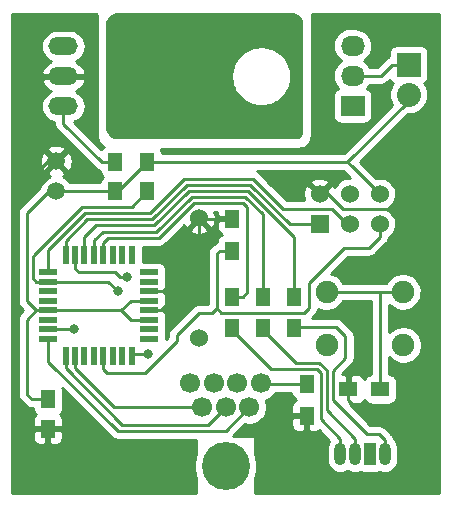
<source format=gbr>
G04 #@! TF.GenerationSoftware,KiCad,Pcbnew,(2017-09-19 revision dddaa7e69)-makepkg*
G04 #@! TF.CreationDate,2017-11-10T03:38:53+01:00*
G04 #@! TF.ProjectId,EPSON_STYLUS_DX4050_INK_CHIP_RESETTER,4550534F4E5F5354594C55535F445834,1*
G04 #@! TF.SameCoordinates,Original*
G04 #@! TF.FileFunction,Copper,L1,Top,Signal*
G04 #@! TF.FilePolarity,Positive*
%FSLAX46Y46*%
G04 Gerber Fmt 4.6, Leading zero omitted, Abs format (unit mm)*
G04 Created by KiCad (PCBNEW (2017-09-19 revision dddaa7e69)-makepkg) date 11/10/17 03:38:53*
%MOMM*%
%LPD*%
G01*
G04 APERTURE LIST*
%ADD10C,1.905000*%
%ADD11C,1.524000*%
%ADD12R,2.032000X2.032000*%
%ADD13O,2.032000X2.032000*%
%ADD14R,2.032000X1.727200*%
%ADD15O,2.032000X1.727200*%
%ADD16O,2.499360X1.501140*%
%ADD17R,1.250000X1.500000*%
%ADD18C,1.501140*%
%ADD19R,1.524000X1.524000*%
%ADD20C,1.700000*%
%ADD21O,1.000000X1.900000*%
%ADD22R,1.000000X1.900000*%
%ADD23R,1.600000X0.550000*%
%ADD24R,0.550000X1.600000*%
%ADD25R,1.300000X1.500000*%
%ADD26R,1.500000X1.300000*%
%ADD27C,4.064000*%
%ADD28C,0.800000*%
%ADD29C,0.250000*%
%ADD30C,0.254000*%
%ADD31C,0.256000*%
G04 APERTURE END LIST*
D10*
X167248660Y-107752100D03*
X160802140Y-107752100D03*
X167299460Y-112247900D03*
X160850400Y-112247900D03*
D11*
X150000000Y-101520000D03*
X150000000Y-111680000D03*
D12*
X167750000Y-88500000D03*
D13*
X167750000Y-91040000D03*
D14*
X163000000Y-92000000D03*
D15*
X163000000Y-89460000D03*
X163000000Y-86920000D03*
D16*
X138500000Y-89500000D03*
X138500000Y-86960000D03*
X138500000Y-92040000D03*
D17*
X137200000Y-119350000D03*
X137200000Y-116850000D03*
X145600000Y-99250000D03*
X145600000Y-96750000D03*
X142900000Y-96750000D03*
X142900000Y-99250000D03*
D18*
X137900000Y-99240000D03*
X137900000Y-96700000D03*
D19*
X160210000Y-102020000D03*
D11*
X160210000Y-99480000D03*
X162750000Y-102020000D03*
X162750000Y-99480000D03*
X165290000Y-102020000D03*
X165290000Y-99480000D03*
D20*
X155250000Y-115500000D03*
X153250000Y-115500000D03*
X151250000Y-115500000D03*
X149250000Y-115500000D03*
X154250000Y-117500000D03*
X152250000Y-117500000D03*
X150250000Y-117500000D03*
D21*
X165750000Y-121500000D03*
D22*
X164480000Y-121500000D03*
D21*
X163210000Y-121500000D03*
X161940000Y-121500000D03*
D23*
X145750000Y-111700000D03*
X145750000Y-110900000D03*
X145750000Y-110100000D03*
X145750000Y-109300000D03*
X145750000Y-108500000D03*
X145750000Y-107700000D03*
X145750000Y-106900000D03*
X145750000Y-106100000D03*
D24*
X144300000Y-104650000D03*
X143500000Y-104650000D03*
X142700000Y-104650000D03*
X141900000Y-104650000D03*
X141100000Y-104650000D03*
X140300000Y-104650000D03*
X139500000Y-104650000D03*
X138700000Y-104650000D03*
D23*
X137250000Y-106100000D03*
X137250000Y-106900000D03*
X137250000Y-107700000D03*
X137250000Y-108500000D03*
X137250000Y-109300000D03*
X137250000Y-110100000D03*
X137250000Y-110900000D03*
X137250000Y-111700000D03*
D24*
X138700000Y-113150000D03*
X139500000Y-113150000D03*
X140300000Y-113150000D03*
X141100000Y-113150000D03*
X141900000Y-113150000D03*
X142700000Y-113150000D03*
X143500000Y-113150000D03*
X144300000Y-113150000D03*
D25*
X152800000Y-108150000D03*
X152800000Y-110850000D03*
X155400000Y-108150000D03*
X155400000Y-110850000D03*
X158000000Y-108150000D03*
X158000000Y-110850000D03*
X152800000Y-104250000D03*
X152800000Y-101550000D03*
D26*
X162650000Y-116000000D03*
X165350000Y-116000000D03*
D25*
X159100000Y-115550000D03*
X159100000Y-118250000D03*
D27*
X152250000Y-122500000D03*
D28*
X145700000Y-112974500D03*
X143100000Y-107700000D03*
X143900000Y-106500000D03*
X139400000Y-110900000D03*
D29*
X145700000Y-112974500D02*
X145674500Y-113000000D01*
X145674500Y-113000000D02*
X144450000Y-113000000D01*
X144450000Y-113000000D02*
X144300000Y-113150000D01*
X162149178Y-107752100D02*
X165400000Y-107752100D01*
X165400000Y-107752100D02*
X167248660Y-107752100D01*
X165350000Y-116000000D02*
X165350000Y-107802100D01*
X165350000Y-107802100D02*
X165400000Y-107752100D01*
X160802140Y-107752100D02*
X162149178Y-107752100D01*
X136200000Y-109300000D02*
X135395989Y-108495989D01*
X137260000Y-99240000D02*
X137900000Y-99240000D01*
X135395989Y-108495989D02*
X135395989Y-101104011D01*
X135395989Y-101104011D02*
X137260000Y-99240000D01*
X142900000Y-99250000D02*
X137910000Y-99250000D01*
X137910000Y-99250000D02*
X137900000Y-99240000D01*
X135532202Y-116532202D02*
X135400000Y-116400000D01*
X135400000Y-116400000D02*
X135400000Y-110100000D01*
X135400000Y-110100000D02*
X136200000Y-109300000D01*
X136200000Y-109300000D02*
X137250000Y-109300000D01*
X144200000Y-110100000D02*
X145750000Y-110100000D01*
X143400000Y-109300000D02*
X144200000Y-110100000D01*
X143400000Y-109300000D02*
X144206010Y-108493990D01*
X144206010Y-108493990D02*
X145540404Y-108493990D01*
X145540404Y-108493990D02*
X145750000Y-108493990D01*
X137250000Y-109300000D02*
X143400000Y-109300000D01*
D30*
X167750000Y-91040000D02*
X167750000Y-91560000D01*
X167750000Y-91560000D02*
X162560000Y-96750000D01*
X137200000Y-116850000D02*
X135850000Y-116850000D01*
X135850000Y-116850000D02*
X135532202Y-116532202D01*
X142900000Y-99250000D02*
X143100000Y-99250000D01*
X143100000Y-99250000D02*
X145600000Y-96750000D01*
X162930200Y-97120200D02*
X165290000Y-99480000D01*
X162560000Y-96750000D02*
X145600000Y-96750000D01*
X162930200Y-97120200D02*
X162560000Y-96750000D01*
D29*
X134700000Y-99200000D02*
X137200000Y-96700000D01*
X137200000Y-96700000D02*
X137900000Y-96700000D01*
X138500000Y-89500000D02*
X137000320Y-89500000D01*
X137000320Y-89500000D02*
X136300000Y-90200320D01*
X136300000Y-90200320D02*
X136300000Y-95100000D01*
X136300000Y-95100000D02*
X137900000Y-96700000D01*
D30*
X138500000Y-89900000D02*
X138500000Y-89500000D01*
D29*
X160210000Y-99480000D02*
X160880000Y-99480000D01*
X160880000Y-99480000D02*
X162150000Y-100750000D01*
X162150000Y-100750000D02*
X166050000Y-100750000D01*
X166050000Y-100750000D02*
X166100000Y-100800000D01*
X168900000Y-103600000D02*
X168900000Y-117500000D01*
X168900000Y-117500000D02*
X168900000Y-120400000D01*
X162650000Y-116000000D02*
X162650000Y-116900000D01*
X162650000Y-116900000D02*
X163250000Y-117500000D01*
X163250000Y-117500000D02*
X168900000Y-117500000D01*
D30*
X159100000Y-118250000D02*
X159100000Y-120900000D01*
X159100000Y-120900000D02*
X161300000Y-123100000D01*
X161300000Y-123100000D02*
X166200000Y-123100000D01*
X166200000Y-123100000D02*
X168900000Y-120400000D01*
X166100000Y-100800000D02*
X168900000Y-103600000D01*
D29*
X150000000Y-101520000D02*
X150000000Y-106100000D01*
X150000000Y-106100000D02*
X148400000Y-107700000D01*
X148400000Y-107700000D02*
X146800000Y-109300000D01*
X145750000Y-107700000D02*
X148400000Y-107700000D01*
X146800000Y-109300000D02*
X145750000Y-109300000D01*
D30*
X137200000Y-119350000D02*
X136193700Y-119350000D01*
X152800000Y-101550000D02*
X151768700Y-101550000D01*
X150000000Y-101550000D02*
X151768700Y-101550000D01*
X150000000Y-101520000D02*
X150000000Y-101550000D01*
X134700000Y-117856300D02*
X136193700Y-119350000D01*
X134700000Y-99200000D02*
X134700000Y-117856300D01*
D29*
X143100000Y-107700000D02*
X142300000Y-106900000D01*
X142300000Y-106900000D02*
X137250000Y-106900000D01*
X136200000Y-106900000D02*
X137250000Y-106900000D01*
X136068700Y-104612400D02*
X135900000Y-104781100D01*
X135900000Y-104781100D02*
X135900000Y-106600000D01*
X135900000Y-106600000D02*
X136200000Y-106900000D01*
D30*
X140115300Y-100565800D02*
X144284200Y-100565800D01*
X140115300Y-100565800D02*
X136068700Y-104612400D01*
X144284200Y-100565800D02*
X145600000Y-99250000D01*
X141900000Y-96750000D02*
X141750000Y-96750000D01*
X141750000Y-96750000D02*
X138500000Y-93500000D01*
X138500000Y-93500000D02*
X138500000Y-93171900D01*
X138500000Y-93171900D02*
X138500000Y-92040000D01*
X142900000Y-96750000D02*
X141900000Y-96750000D01*
X141900000Y-96750000D02*
X141893700Y-96750000D01*
D29*
X138700000Y-104650000D02*
X138700000Y-103437600D01*
D30*
X160210000Y-102020000D02*
X157675303Y-102020000D01*
X140555200Y-101582400D02*
X138700000Y-103437600D01*
X157675303Y-102020000D02*
X154331272Y-98675969D01*
X148942467Y-98675969D02*
X146036036Y-101582400D01*
X154331272Y-98675969D02*
X148942467Y-98675969D01*
X146036036Y-101582400D02*
X140555200Y-101582400D01*
D29*
X162750000Y-102020000D02*
X162520000Y-102020000D01*
X162520000Y-102020000D02*
X161250000Y-100750000D01*
X161250000Y-100750000D02*
X157120909Y-100750000D01*
X157120909Y-100750000D02*
X154540868Y-98169959D01*
X154540868Y-98169959D02*
X148730041Y-98169959D01*
X148730041Y-98169959D02*
X145825900Y-101074100D01*
X137250000Y-104168600D02*
X137250000Y-106100000D01*
D30*
X145825900Y-101074100D02*
X140344500Y-101074100D01*
X140344500Y-101074100D02*
X137250000Y-104168600D01*
D29*
X143900000Y-106500000D02*
X143271383Y-106500000D01*
X143271383Y-106500000D02*
X142871383Y-106100000D01*
X142871383Y-106100000D02*
X139800000Y-106100000D01*
X139800000Y-106100000D02*
X139500000Y-105800000D01*
X139500000Y-105800000D02*
X139500000Y-105700000D01*
X139500000Y-105700000D02*
X139500000Y-104650000D01*
D30*
X148100000Y-111500000D02*
X148100000Y-111400000D01*
X148100000Y-111400000D02*
X150000000Y-109500000D01*
X150000000Y-109500000D02*
X151100000Y-109500000D01*
X151100000Y-109500000D02*
X151500000Y-109100000D01*
X151500000Y-109100000D02*
X151900000Y-109500000D01*
X151900000Y-109500000D02*
X158900000Y-109500000D01*
X158900000Y-109500000D02*
X159323200Y-109076800D01*
X159323200Y-109076800D02*
X159323200Y-106976800D01*
X159323200Y-106976800D02*
X162300000Y-104000000D01*
X162300000Y-104000000D02*
X164387630Y-104000000D01*
X164387630Y-104000000D02*
X165290000Y-103097630D01*
X165290000Y-103097630D02*
X165290000Y-102020000D01*
D29*
X148100000Y-111500000D02*
X148100000Y-111900000D01*
X148100000Y-111900000D02*
X145400000Y-114600000D01*
X145400000Y-114600000D02*
X142200000Y-114600000D01*
X142200000Y-114600000D02*
X141900000Y-114300000D01*
X141900000Y-114300000D02*
X141900000Y-114200000D01*
X141900000Y-114200000D02*
X141900000Y-113150000D01*
D30*
X152800000Y-104250000D02*
X151750000Y-104250000D01*
X151750000Y-104250000D02*
X151500000Y-104500000D01*
X151500000Y-104500000D02*
X151500000Y-109100000D01*
X152800000Y-110850000D02*
X152800000Y-110950000D01*
X152800000Y-110950000D02*
X156109200Y-114259200D01*
X156109200Y-114259200D02*
X159959200Y-114259200D01*
X160300000Y-114600000D02*
X160300000Y-118528700D01*
X159959200Y-114259200D02*
X160300000Y-114600000D01*
X160300000Y-118528700D02*
X161940000Y-120168700D01*
X161940000Y-120168700D02*
X161940000Y-120296000D01*
X161940000Y-120296000D02*
X161940000Y-121500000D01*
X152800000Y-108150000D02*
X153750000Y-108150000D01*
X153750000Y-108150000D02*
X154100000Y-107800000D01*
X153699997Y-100200002D02*
X149573742Y-100200002D01*
X149573742Y-100200002D02*
X146605044Y-103168700D01*
X154100000Y-107800000D02*
X154100000Y-100600005D01*
X154100000Y-100600005D02*
X153699997Y-100200002D01*
D29*
X146605044Y-103168700D02*
X142331300Y-103168700D01*
X142331300Y-103168700D02*
X141900000Y-103600000D01*
X141900000Y-103600000D02*
X141900000Y-104650000D01*
D30*
X165392700Y-89460000D02*
X166352700Y-88500000D01*
X163000000Y-89460000D02*
X165392700Y-89460000D01*
X167750000Y-88500000D02*
X166352700Y-88500000D01*
D29*
X139400000Y-110900000D02*
X137250000Y-110900000D01*
D30*
X155300000Y-115550000D02*
X155250000Y-115500000D01*
X159100000Y-115550000D02*
X155300000Y-115550000D01*
D29*
X143434911Y-119508011D02*
X143108011Y-119508011D01*
X143108011Y-119508011D02*
X137250000Y-113650000D01*
X137250000Y-113650000D02*
X137250000Y-112225000D01*
X137250000Y-112225000D02*
X137250000Y-111700000D01*
D30*
X152241989Y-119508011D02*
X143434911Y-119508011D01*
X154250000Y-117500000D02*
X152241989Y-119508011D01*
D29*
X143668700Y-119000000D02*
X143500000Y-119000000D01*
X143500000Y-119000000D02*
X138700000Y-114200000D01*
X138700000Y-114200000D02*
X138700000Y-113150000D01*
D30*
X150750000Y-119000000D02*
X152250000Y-117500000D01*
X143668700Y-119000000D02*
X150750000Y-119000000D01*
D29*
X142968700Y-117500000D02*
X142800000Y-117500000D01*
X142800000Y-117500000D02*
X139500000Y-114200000D01*
X139500000Y-114200000D02*
X139500000Y-113150000D01*
D30*
X142968700Y-117500000D02*
X150250000Y-117500000D01*
X163210000Y-120296000D02*
X163210000Y-121500000D01*
X160169626Y-113751190D02*
X160808011Y-114389575D01*
X158201189Y-113751189D02*
X160169626Y-113751190D01*
X155400000Y-110850000D02*
X155400000Y-110950000D01*
X160808011Y-114389575D02*
X160808011Y-117766711D01*
X155400000Y-110950000D02*
X158201189Y-113751189D01*
X163210000Y-120168700D02*
X163210000Y-120296000D01*
X160808011Y-117766711D02*
X163210000Y-120168700D01*
X158000000Y-110850000D02*
X158150000Y-110700000D01*
X158150000Y-110700000D02*
X161600000Y-110700000D01*
X161600000Y-110700000D02*
X162400000Y-111500000D01*
X162400000Y-111500000D02*
X162400000Y-113334300D01*
X162400000Y-113334300D02*
X161316022Y-114418278D01*
X161316022Y-114418278D02*
X161316022Y-116916022D01*
X161316022Y-116916022D02*
X164200000Y-119800000D01*
X164200000Y-119800000D02*
X165254000Y-119800000D01*
X165254000Y-119800000D02*
X165750000Y-120296000D01*
X165750000Y-120296000D02*
X165750000Y-121500000D01*
D29*
X146394908Y-102660400D02*
X142260400Y-102660400D01*
X142260400Y-102660400D02*
X142256110Y-102664690D01*
X142256110Y-102664690D02*
X141835310Y-102664690D01*
X141835310Y-102664690D02*
X141100000Y-103400000D01*
X141100000Y-103400000D02*
X141100000Y-104650000D01*
D30*
X155400000Y-101181569D02*
X153910422Y-99691991D01*
X149363317Y-99691991D02*
X146394908Y-102660400D01*
X153910422Y-99691991D02*
X149363317Y-99691991D01*
X155400000Y-108150000D02*
X155400000Y-101181569D01*
D29*
X141291700Y-102108300D02*
X140300000Y-103100000D01*
X140300000Y-103100000D02*
X140300000Y-104650000D01*
D30*
X158000000Y-108150000D02*
X158000000Y-103063133D01*
X158000000Y-103063133D02*
X154120847Y-99183980D01*
X154120847Y-99183980D02*
X149152892Y-99183980D01*
X149152892Y-99183980D02*
X146228572Y-102108300D01*
X146228572Y-102108300D02*
X141291700Y-102108300D01*
D31*
G36*
X157970002Y-84245364D02*
X158133460Y-84294947D01*
X158284116Y-84375475D01*
X158416160Y-84483840D01*
X158524525Y-84615884D01*
X158605053Y-84766540D01*
X158654636Y-84929998D01*
X158672000Y-85106292D01*
X158672000Y-94143707D01*
X158661362Y-94251716D01*
X158631692Y-94349525D01*
X158583512Y-94439664D01*
X158518671Y-94518671D01*
X158439664Y-94583512D01*
X158349525Y-94631692D01*
X158251716Y-94661362D01*
X158143707Y-94672000D01*
X143106292Y-94672000D01*
X142929998Y-94654636D01*
X142766540Y-94605053D01*
X142615884Y-94524525D01*
X142483840Y-94416160D01*
X142375475Y-94284116D01*
X142294947Y-94133460D01*
X142245364Y-93970002D01*
X142228000Y-93793708D01*
X142228000Y-89525983D01*
X152715944Y-89525983D01*
X152726063Y-89618990D01*
X152724747Y-89713227D01*
X152753156Y-89868017D01*
X152769973Y-90022585D01*
X152797712Y-90110781D01*
X152814523Y-90202376D01*
X152872869Y-90349743D01*
X152919846Y-90499104D01*
X152966745Y-90586847D01*
X152997598Y-90664772D01*
X153060897Y-90762993D01*
X153130932Y-90894020D01*
X153153735Y-90907050D01*
X153267000Y-91082803D01*
X153612467Y-91440544D01*
X153857138Y-91610595D01*
X153869980Y-91633068D01*
X153948045Y-91673777D01*
X154020841Y-91724371D01*
X154170211Y-91789629D01*
X154312907Y-91864041D01*
X154396347Y-91888426D01*
X154476566Y-91923473D01*
X154636873Y-91958719D01*
X154792383Y-92004166D01*
X154877877Y-92011707D01*
X154962284Y-92030265D01*
X155127519Y-92033726D01*
X155289983Y-92048056D01*
X155374201Y-92038893D01*
X155459495Y-92040680D01*
X155623369Y-92011784D01*
X155786585Y-91994027D01*
X155866346Y-91968941D01*
X155949259Y-91954321D01*
X156105447Y-91893740D01*
X156263104Y-91844154D01*
X156341977Y-91801996D01*
X156412922Y-91774478D01*
X156516836Y-91708532D01*
X156658020Y-91633068D01*
X156670692Y-91610892D01*
X156832822Y-91508001D01*
X157192967Y-91165040D01*
X157375427Y-90906386D01*
X157397068Y-90894020D01*
X157433686Y-90823799D01*
X157479638Y-90758658D01*
X157549615Y-90601488D01*
X157628041Y-90451093D01*
X157649945Y-90376141D01*
X157681916Y-90304334D01*
X157720283Y-90135461D01*
X157768166Y-89971617D01*
X157774930Y-89894935D01*
X157792097Y-89819373D01*
X157794072Y-89677904D01*
X157812056Y-89474017D01*
X157798641Y-89350717D01*
X157800029Y-89251340D01*
X157772951Y-89114586D01*
X157758027Y-88977415D01*
X157724994Y-88872386D01*
X157703432Y-88763492D01*
X157649883Y-88633572D01*
X157608154Y-88500896D01*
X157551546Y-88394990D01*
X157513918Y-88303697D01*
X157456789Y-88217711D01*
X157397068Y-88105980D01*
X157373674Y-88092612D01*
X157238706Y-87889469D01*
X156888277Y-87536586D01*
X156671356Y-87390271D01*
X156658020Y-87366932D01*
X156564298Y-87318059D01*
X156475981Y-87258488D01*
X156342302Y-87202294D01*
X156215093Y-87135959D01*
X156114699Y-87106619D01*
X156017520Y-87065769D01*
X155874376Y-87036386D01*
X155735617Y-86995834D01*
X155632526Y-86986741D01*
X155530358Y-86965769D01*
X155383101Y-86964741D01*
X155238017Y-86951944D01*
X155136237Y-86963017D01*
X155033051Y-86962297D01*
X154887295Y-86990102D01*
X154741415Y-87005973D01*
X154644798Y-87036361D01*
X154544540Y-87055486D01*
X154405925Y-87111490D01*
X154264896Y-87155846D01*
X154168151Y-87207557D01*
X154083434Y-87241785D01*
X153991219Y-87302129D01*
X153869980Y-87366932D01*
X153856716Y-87390145D01*
X153667294Y-87514099D01*
X153311973Y-87862055D01*
X153153967Y-88092818D01*
X153130932Y-88105980D01*
X153086140Y-88191876D01*
X153031004Y-88272400D01*
X152970338Y-88413943D01*
X152899959Y-88548907D01*
X152873095Y-88640829D01*
X152835089Y-88729504D01*
X152802839Y-88881231D01*
X152759834Y-89028383D01*
X152751516Y-89122685D01*
X152731691Y-89215956D01*
X152729509Y-89372187D01*
X152715944Y-89525983D01*
X142228000Y-89525983D01*
X142228000Y-85106292D01*
X142245364Y-84929998D01*
X142294947Y-84766540D01*
X142375475Y-84615884D01*
X142483840Y-84483840D01*
X142615884Y-84375475D01*
X142766540Y-84294947D01*
X142929998Y-84245364D01*
X143106292Y-84228000D01*
X157793708Y-84228000D01*
X157970002Y-84245364D01*
X157970002Y-84245364D01*
G37*
X157970002Y-84245364D02*
X158133460Y-84294947D01*
X158284116Y-84375475D01*
X158416160Y-84483840D01*
X158524525Y-84615884D01*
X158605053Y-84766540D01*
X158654636Y-84929998D01*
X158672000Y-85106292D01*
X158672000Y-94143707D01*
X158661362Y-94251716D01*
X158631692Y-94349525D01*
X158583512Y-94439664D01*
X158518671Y-94518671D01*
X158439664Y-94583512D01*
X158349525Y-94631692D01*
X158251716Y-94661362D01*
X158143707Y-94672000D01*
X143106292Y-94672000D01*
X142929998Y-94654636D01*
X142766540Y-94605053D01*
X142615884Y-94524525D01*
X142483840Y-94416160D01*
X142375475Y-94284116D01*
X142294947Y-94133460D01*
X142245364Y-93970002D01*
X142228000Y-93793708D01*
X142228000Y-89525983D01*
X152715944Y-89525983D01*
X152726063Y-89618990D01*
X152724747Y-89713227D01*
X152753156Y-89868017D01*
X152769973Y-90022585D01*
X152797712Y-90110781D01*
X152814523Y-90202376D01*
X152872869Y-90349743D01*
X152919846Y-90499104D01*
X152966745Y-90586847D01*
X152997598Y-90664772D01*
X153060897Y-90762993D01*
X153130932Y-90894020D01*
X153153735Y-90907050D01*
X153267000Y-91082803D01*
X153612467Y-91440544D01*
X153857138Y-91610595D01*
X153869980Y-91633068D01*
X153948045Y-91673777D01*
X154020841Y-91724371D01*
X154170211Y-91789629D01*
X154312907Y-91864041D01*
X154396347Y-91888426D01*
X154476566Y-91923473D01*
X154636873Y-91958719D01*
X154792383Y-92004166D01*
X154877877Y-92011707D01*
X154962284Y-92030265D01*
X155127519Y-92033726D01*
X155289983Y-92048056D01*
X155374201Y-92038893D01*
X155459495Y-92040680D01*
X155623369Y-92011784D01*
X155786585Y-91994027D01*
X155866346Y-91968941D01*
X155949259Y-91954321D01*
X156105447Y-91893740D01*
X156263104Y-91844154D01*
X156341977Y-91801996D01*
X156412922Y-91774478D01*
X156516836Y-91708532D01*
X156658020Y-91633068D01*
X156670692Y-91610892D01*
X156832822Y-91508001D01*
X157192967Y-91165040D01*
X157375427Y-90906386D01*
X157397068Y-90894020D01*
X157433686Y-90823799D01*
X157479638Y-90758658D01*
X157549615Y-90601488D01*
X157628041Y-90451093D01*
X157649945Y-90376141D01*
X157681916Y-90304334D01*
X157720283Y-90135461D01*
X157768166Y-89971617D01*
X157774930Y-89894935D01*
X157792097Y-89819373D01*
X157794072Y-89677904D01*
X157812056Y-89474017D01*
X157798641Y-89350717D01*
X157800029Y-89251340D01*
X157772951Y-89114586D01*
X157758027Y-88977415D01*
X157724994Y-88872386D01*
X157703432Y-88763492D01*
X157649883Y-88633572D01*
X157608154Y-88500896D01*
X157551546Y-88394990D01*
X157513918Y-88303697D01*
X157456789Y-88217711D01*
X157397068Y-88105980D01*
X157373674Y-88092612D01*
X157238706Y-87889469D01*
X156888277Y-87536586D01*
X156671356Y-87390271D01*
X156658020Y-87366932D01*
X156564298Y-87318059D01*
X156475981Y-87258488D01*
X156342302Y-87202294D01*
X156215093Y-87135959D01*
X156114699Y-87106619D01*
X156017520Y-87065769D01*
X155874376Y-87036386D01*
X155735617Y-86995834D01*
X155632526Y-86986741D01*
X155530358Y-86965769D01*
X155383101Y-86964741D01*
X155238017Y-86951944D01*
X155136237Y-86963017D01*
X155033051Y-86962297D01*
X154887295Y-86990102D01*
X154741415Y-87005973D01*
X154644798Y-87036361D01*
X154544540Y-87055486D01*
X154405925Y-87111490D01*
X154264896Y-87155846D01*
X154168151Y-87207557D01*
X154083434Y-87241785D01*
X153991219Y-87302129D01*
X153869980Y-87366932D01*
X153856716Y-87390145D01*
X153667294Y-87514099D01*
X153311973Y-87862055D01*
X153153967Y-88092818D01*
X153130932Y-88105980D01*
X153086140Y-88191876D01*
X153031004Y-88272400D01*
X152970338Y-88413943D01*
X152899959Y-88548907D01*
X152873095Y-88640829D01*
X152835089Y-88729504D01*
X152802839Y-88881231D01*
X152759834Y-89028383D01*
X152751516Y-89122685D01*
X152731691Y-89215956D01*
X152729509Y-89372187D01*
X152715944Y-89525983D01*
X142228000Y-89525983D01*
X142228000Y-85106292D01*
X142245364Y-84929998D01*
X142294947Y-84766540D01*
X142375475Y-84615884D01*
X142483840Y-84483840D01*
X142615884Y-84375475D01*
X142766540Y-84294947D01*
X142929998Y-84245364D01*
X143106292Y-84228000D01*
X157793708Y-84228000D01*
X157970002Y-84245364D01*
G36*
X170314000Y-124814000D02*
X154725215Y-124814000D01*
X154728000Y-124800000D01*
X154728000Y-123494128D01*
X154793850Y-123346226D01*
X154909769Y-122836007D01*
X154918114Y-122238389D01*
X154816486Y-121725132D01*
X154728000Y-121510448D01*
X154728000Y-120100000D01*
X154718257Y-120051017D01*
X154690510Y-120009490D01*
X154648983Y-119981743D01*
X154600000Y-119972000D01*
X153121303Y-119972000D01*
X153042766Y-119938986D01*
X152916066Y-119912978D01*
X153887244Y-118941801D01*
X154073200Y-118982686D01*
X154364556Y-118988789D01*
X154651548Y-118938185D01*
X154923246Y-118832800D01*
X155169300Y-118676650D01*
X155318046Y-118535000D01*
X157814000Y-118535000D01*
X157814000Y-119062640D01*
X157838441Y-119185514D01*
X157886384Y-119301258D01*
X157955986Y-119405426D01*
X158044573Y-119494013D01*
X158148741Y-119563616D01*
X158264485Y-119611559D01*
X158387359Y-119636000D01*
X158815000Y-119636000D01*
X158974000Y-119477000D01*
X158974000Y-118376000D01*
X157973000Y-118376000D01*
X157814000Y-118535000D01*
X155318046Y-118535000D01*
X155380337Y-118475681D01*
X155548321Y-118237549D01*
X155666852Y-117971324D01*
X155731416Y-117687146D01*
X155736064Y-117354290D01*
X155679460Y-117068421D01*
X155627527Y-116942421D01*
X155651548Y-116938185D01*
X155923246Y-116832800D01*
X156169300Y-116676650D01*
X156380337Y-116475681D01*
X156495096Y-116313000D01*
X157812203Y-116313000D01*
X157823203Y-116424678D01*
X157859570Y-116544564D01*
X157918627Y-116655052D01*
X157998104Y-116751896D01*
X158094948Y-116831373D01*
X158205436Y-116890430D01*
X158236750Y-116899929D01*
X158148741Y-116936384D01*
X158044573Y-117005987D01*
X157955986Y-117094574D01*
X157886384Y-117198742D01*
X157838441Y-117314486D01*
X157814000Y-117437360D01*
X157814000Y-117965000D01*
X157973000Y-118124000D01*
X158974000Y-118124000D01*
X158974000Y-118104000D01*
X159226000Y-118104000D01*
X159226000Y-118124000D01*
X159246000Y-118124000D01*
X159246000Y-118376000D01*
X159226000Y-118376000D01*
X159226000Y-119477000D01*
X159385000Y-119636000D01*
X159812641Y-119636000D01*
X159935515Y-119611559D01*
X160051259Y-119563616D01*
X160155427Y-119494013D01*
X160170848Y-119478592D01*
X161043783Y-120351528D01*
X161002671Y-120400523D01*
X160895862Y-120594808D01*
X160828824Y-120806138D01*
X160804111Y-121026465D01*
X160804000Y-121042326D01*
X160804000Y-121957674D01*
X160825635Y-122178324D01*
X160889716Y-122390570D01*
X160993801Y-122586327D01*
X161133928Y-122758138D01*
X161304757Y-122899461D01*
X161499782Y-123004911D01*
X161711575Y-123070471D01*
X161932069Y-123093646D01*
X162152865Y-123073552D01*
X162365553Y-123010955D01*
X162562032Y-122908238D01*
X162573866Y-122898724D01*
X162574757Y-122899461D01*
X162769782Y-123004911D01*
X162981575Y-123070471D01*
X163202069Y-123093646D01*
X163422865Y-123073552D01*
X163635553Y-123010955D01*
X163658171Y-122999131D01*
X163735436Y-123040430D01*
X163855322Y-123076797D01*
X163980000Y-123089077D01*
X164980000Y-123089077D01*
X165104678Y-123076797D01*
X165224564Y-123040430D01*
X165300453Y-122999867D01*
X165309782Y-123004911D01*
X165521575Y-123070471D01*
X165742069Y-123093646D01*
X165962865Y-123073552D01*
X166175553Y-123010955D01*
X166372032Y-122908238D01*
X166544818Y-122769315D01*
X166687329Y-122599477D01*
X166794138Y-122405192D01*
X166861176Y-122193862D01*
X166885889Y-121973535D01*
X166886000Y-121957674D01*
X166886000Y-121042326D01*
X166864365Y-120821676D01*
X166800284Y-120609430D01*
X166696199Y-120413673D01*
X166556072Y-120241862D01*
X166503735Y-120198565D01*
X166499980Y-120155645D01*
X166498860Y-120151792D01*
X166498469Y-120147799D01*
X166478095Y-120080316D01*
X166458435Y-120012647D01*
X166456589Y-120009086D01*
X166455429Y-120005243D01*
X166422319Y-119942972D01*
X166389906Y-119880440D01*
X166387402Y-119877303D01*
X166385519Y-119873762D01*
X166340996Y-119819172D01*
X166297003Y-119764063D01*
X166291493Y-119758476D01*
X166291402Y-119758364D01*
X166291298Y-119758278D01*
X166289523Y-119756478D01*
X165793522Y-119260478D01*
X165739101Y-119215776D01*
X165685070Y-119170438D01*
X165681553Y-119168504D01*
X165678454Y-119165959D01*
X165616335Y-119132651D01*
X165554578Y-119098700D01*
X165550756Y-119097488D01*
X165547217Y-119095590D01*
X165479814Y-119074983D01*
X165412637Y-119053673D01*
X165408647Y-119053225D01*
X165404812Y-119052053D01*
X165334746Y-119044936D01*
X165264653Y-119037074D01*
X165256806Y-119037019D01*
X165256663Y-119037005D01*
X165256530Y-119037018D01*
X165254000Y-119037000D01*
X164516045Y-119037000D01*
X162765044Y-117286000D01*
X162776002Y-117286000D01*
X162776002Y-117127002D01*
X162935000Y-117286000D01*
X163462640Y-117286000D01*
X163585514Y-117261559D01*
X163701258Y-117213616D01*
X163805426Y-117144014D01*
X163894013Y-117055427D01*
X163963616Y-116951259D01*
X164000071Y-116863250D01*
X164009570Y-116894564D01*
X164068627Y-117005052D01*
X164148104Y-117101896D01*
X164244948Y-117181373D01*
X164355436Y-117240430D01*
X164475322Y-117276797D01*
X164600000Y-117289077D01*
X166100000Y-117289077D01*
X166224678Y-117276797D01*
X166344564Y-117240430D01*
X166455052Y-117181373D01*
X166551896Y-117101896D01*
X166631373Y-117005052D01*
X166690430Y-116894564D01*
X166726797Y-116774678D01*
X166739077Y-116650000D01*
X166739077Y-115350000D01*
X166726797Y-115225322D01*
X166690430Y-115105436D01*
X166631373Y-114994948D01*
X166551896Y-114898104D01*
X166455052Y-114818627D01*
X166344564Y-114759570D01*
X166224678Y-114723203D01*
X166111000Y-114712006D01*
X166111000Y-113304047D01*
X166264940Y-113463457D01*
X166520745Y-113641246D01*
X166806211Y-113765963D01*
X167110465Y-113832858D01*
X167421918Y-113839382D01*
X167728706Y-113785287D01*
X168019144Y-113672633D01*
X168282170Y-113505712D01*
X168507765Y-113290881D01*
X168687336Y-113036323D01*
X168814043Y-112751735D01*
X168883060Y-112447955D01*
X168888028Y-112092140D01*
X168827520Y-111786551D01*
X168708809Y-111498536D01*
X168536416Y-111239064D01*
X168316907Y-111018018D01*
X168058645Y-110843817D01*
X167771465Y-110723098D01*
X167466307Y-110660458D01*
X167154794Y-110658283D01*
X166848791Y-110716656D01*
X166559953Y-110833354D01*
X166299284Y-111003932D01*
X166111000Y-111188313D01*
X166111000Y-108860852D01*
X166214140Y-108967657D01*
X166469945Y-109145446D01*
X166755411Y-109270163D01*
X167059665Y-109337058D01*
X167371118Y-109343582D01*
X167677906Y-109289487D01*
X167968344Y-109176833D01*
X168231370Y-109009912D01*
X168456965Y-108795081D01*
X168636536Y-108540523D01*
X168763243Y-108255935D01*
X168832260Y-107952155D01*
X168837228Y-107596340D01*
X168776720Y-107290751D01*
X168658009Y-107002736D01*
X168485616Y-106743264D01*
X168266107Y-106522218D01*
X168007845Y-106348017D01*
X167720665Y-106227298D01*
X167415507Y-106164658D01*
X167103994Y-106162483D01*
X166797991Y-106220856D01*
X166509153Y-106337554D01*
X166248484Y-106508132D01*
X166025911Y-106726091D01*
X165849912Y-106983132D01*
X165846497Y-106991100D01*
X162203758Y-106991100D01*
X162039096Y-106743264D01*
X161819587Y-106522218D01*
X161561325Y-106348017D01*
X161274145Y-106227298D01*
X161172592Y-106206452D01*
X162616045Y-104763000D01*
X164387630Y-104763000D01*
X164457774Y-104756122D01*
X164527985Y-104749980D01*
X164531838Y-104748860D01*
X164535831Y-104748469D01*
X164603314Y-104728095D01*
X164670983Y-104708435D01*
X164674544Y-104706589D01*
X164678387Y-104705429D01*
X164740624Y-104672337D01*
X164803190Y-104639906D01*
X164806327Y-104637402D01*
X164809868Y-104635519D01*
X164864458Y-104590996D01*
X164919567Y-104547003D01*
X164925150Y-104541497D01*
X164925266Y-104541402D01*
X164925355Y-104541294D01*
X164927152Y-104539522D01*
X165829523Y-103637152D01*
X165874253Y-103582696D01*
X165919562Y-103528700D01*
X165921495Y-103525184D01*
X165924042Y-103522083D01*
X165957359Y-103459947D01*
X165991300Y-103398208D01*
X165992512Y-103394386D01*
X165994410Y-103390847D01*
X166015017Y-103323444D01*
X166036327Y-103256267D01*
X166036775Y-103252277D01*
X166037947Y-103248442D01*
X166043080Y-103197906D01*
X166154859Y-103126969D01*
X166353399Y-102937902D01*
X166511435Y-102713872D01*
X166622947Y-102463412D01*
X166683687Y-102196064D01*
X166688060Y-101882919D01*
X166634808Y-101613979D01*
X166530333Y-101360503D01*
X166378614Y-101132148D01*
X166185430Y-100937611D01*
X165958140Y-100784301D01*
X165879063Y-100751060D01*
X165923377Y-100733872D01*
X166154859Y-100586969D01*
X166353399Y-100397902D01*
X166511435Y-100173872D01*
X166622947Y-99923412D01*
X166683687Y-99656064D01*
X166688060Y-99342919D01*
X166634808Y-99073979D01*
X166530333Y-98820503D01*
X166378614Y-98592148D01*
X166185430Y-98397611D01*
X165958140Y-98244301D01*
X165705400Y-98138059D01*
X165436838Y-98082931D01*
X165162683Y-98081017D01*
X165000920Y-98111875D01*
X163639044Y-96750000D01*
X167699398Y-92689647D01*
X167718941Y-92691839D01*
X167742007Y-92692000D01*
X167757993Y-92692000D01*
X168078868Y-92660538D01*
X168387521Y-92567350D01*
X168672196Y-92415986D01*
X168922049Y-92212211D01*
X169127563Y-91963787D01*
X169280911Y-91680176D01*
X169376251Y-91372181D01*
X169409953Y-91051533D01*
X169380732Y-90730446D01*
X169289701Y-90421150D01*
X169140328Y-90135426D01*
X169085018Y-90066634D01*
X169121052Y-90047373D01*
X169217896Y-89967896D01*
X169297373Y-89871052D01*
X169356430Y-89760564D01*
X169392797Y-89640678D01*
X169405077Y-89516000D01*
X169405077Y-87484000D01*
X169392797Y-87359322D01*
X169356430Y-87239436D01*
X169297373Y-87128948D01*
X169217896Y-87032104D01*
X169121052Y-86952627D01*
X169010564Y-86893570D01*
X168890678Y-86857203D01*
X168766000Y-86844923D01*
X166734000Y-86844923D01*
X166609322Y-86857203D01*
X166489436Y-86893570D01*
X166378948Y-86952627D01*
X166282104Y-87032104D01*
X166202627Y-87128948D01*
X166143570Y-87239436D01*
X166107203Y-87359322D01*
X166094923Y-87484000D01*
X166094923Y-87784134D01*
X166069347Y-87791565D01*
X166065786Y-87793411D01*
X166061943Y-87794571D01*
X165999706Y-87827663D01*
X165937140Y-87860094D01*
X165934003Y-87862598D01*
X165930462Y-87864481D01*
X165875872Y-87909004D01*
X165820763Y-87952997D01*
X165815180Y-87958503D01*
X165815064Y-87958598D01*
X165814975Y-87958706D01*
X165813178Y-87960478D01*
X165076656Y-88697000D01*
X164445592Y-88697000D01*
X164415205Y-88638874D01*
X164231816Y-88410785D01*
X164007618Y-88222660D01*
X163949511Y-88190715D01*
X163990259Y-88169049D01*
X164217062Y-87984072D01*
X164403618Y-87758566D01*
X164542819Y-87501118D01*
X164629364Y-87221536D01*
X164659956Y-86930469D01*
X164633431Y-86639003D01*
X164550798Y-86358240D01*
X164415205Y-86098874D01*
X164231816Y-85870785D01*
X164007618Y-85682660D01*
X163751148Y-85541665D01*
X163472177Y-85453170D01*
X163181331Y-85420546D01*
X163160393Y-85420400D01*
X162839607Y-85420400D01*
X162548333Y-85448960D01*
X162268154Y-85533551D01*
X162009741Y-85670951D01*
X161782938Y-85855928D01*
X161596382Y-86081434D01*
X161457181Y-86338882D01*
X161370636Y-86618464D01*
X161340044Y-86909531D01*
X161366569Y-87200997D01*
X161449202Y-87481760D01*
X161584795Y-87741126D01*
X161768184Y-87969215D01*
X161992382Y-88157340D01*
X162050489Y-88189285D01*
X162009741Y-88210951D01*
X161782938Y-88395928D01*
X161596382Y-88621434D01*
X161457181Y-88878882D01*
X161370636Y-89158464D01*
X161340044Y-89449531D01*
X161366569Y-89740997D01*
X161449202Y-90021760D01*
X161584795Y-90281126D01*
X161768184Y-90509215D01*
X161792723Y-90529806D01*
X161739436Y-90545970D01*
X161628948Y-90605027D01*
X161532104Y-90684504D01*
X161452627Y-90781348D01*
X161393570Y-90891836D01*
X161357203Y-91011722D01*
X161344923Y-91136400D01*
X161344923Y-92863600D01*
X161357203Y-92988278D01*
X161393570Y-93108164D01*
X161452627Y-93218652D01*
X161532104Y-93315496D01*
X161628948Y-93394973D01*
X161739436Y-93454030D01*
X161859322Y-93490397D01*
X161984000Y-93502677D01*
X164016000Y-93502677D01*
X164140678Y-93490397D01*
X164260564Y-93454030D01*
X164371052Y-93394973D01*
X164467896Y-93315496D01*
X164547373Y-93218652D01*
X164606430Y-93108164D01*
X164642797Y-92988278D01*
X164655077Y-92863600D01*
X164655077Y-91136400D01*
X164642797Y-91011722D01*
X164606430Y-90891836D01*
X164547373Y-90781348D01*
X164467896Y-90684504D01*
X164371052Y-90605027D01*
X164260564Y-90545970D01*
X164209285Y-90530415D01*
X164217062Y-90524072D01*
X164403618Y-90298566D01*
X164444476Y-90223000D01*
X165392700Y-90223000D01*
X165462844Y-90216122D01*
X165533055Y-90209980D01*
X165536908Y-90208860D01*
X165540901Y-90208469D01*
X165608384Y-90188095D01*
X165676053Y-90168435D01*
X165679614Y-90166589D01*
X165683457Y-90165429D01*
X165745694Y-90132337D01*
X165808260Y-90099906D01*
X165811397Y-90097402D01*
X165814938Y-90095519D01*
X165869528Y-90050996D01*
X165924637Y-90007003D01*
X165930220Y-90001497D01*
X165930336Y-90001402D01*
X165930425Y-90001294D01*
X165932222Y-89999522D01*
X166153187Y-89778557D01*
X166202627Y-89871052D01*
X166282104Y-89967896D01*
X166378948Y-90047373D01*
X166413922Y-90066067D01*
X166372437Y-90116213D01*
X166219089Y-90399824D01*
X166123749Y-90707819D01*
X166090047Y-91028467D01*
X166119268Y-91349554D01*
X166210299Y-91658850D01*
X166334511Y-91896445D01*
X162243956Y-95987000D01*
X146862797Y-95987000D01*
X146851797Y-95875322D01*
X146815430Y-95755436D01*
X146756373Y-95644948D01*
X146742464Y-95628000D01*
X158400000Y-95628000D01*
X158412546Y-95627384D01*
X158607636Y-95608169D01*
X158632246Y-95603273D01*
X158819839Y-95546368D01*
X158843022Y-95536766D01*
X159015909Y-95444356D01*
X159036772Y-95430415D01*
X159188309Y-95306052D01*
X159206052Y-95288309D01*
X159330415Y-95136772D01*
X159344356Y-95115909D01*
X159436766Y-94943022D01*
X159446368Y-94919839D01*
X159503273Y-94732246D01*
X159508169Y-94707636D01*
X159527384Y-94512546D01*
X159528000Y-94500000D01*
X159528000Y-84506292D01*
X159545364Y-84329998D01*
X159589044Y-84186000D01*
X170314000Y-84186000D01*
X170314000Y-124814000D01*
X170314000Y-124814000D01*
G37*
X170314000Y-124814000D02*
X154725215Y-124814000D01*
X154728000Y-124800000D01*
X154728000Y-123494128D01*
X154793850Y-123346226D01*
X154909769Y-122836007D01*
X154918114Y-122238389D01*
X154816486Y-121725132D01*
X154728000Y-121510448D01*
X154728000Y-120100000D01*
X154718257Y-120051017D01*
X154690510Y-120009490D01*
X154648983Y-119981743D01*
X154600000Y-119972000D01*
X153121303Y-119972000D01*
X153042766Y-119938986D01*
X152916066Y-119912978D01*
X153887244Y-118941801D01*
X154073200Y-118982686D01*
X154364556Y-118988789D01*
X154651548Y-118938185D01*
X154923246Y-118832800D01*
X155169300Y-118676650D01*
X155318046Y-118535000D01*
X157814000Y-118535000D01*
X157814000Y-119062640D01*
X157838441Y-119185514D01*
X157886384Y-119301258D01*
X157955986Y-119405426D01*
X158044573Y-119494013D01*
X158148741Y-119563616D01*
X158264485Y-119611559D01*
X158387359Y-119636000D01*
X158815000Y-119636000D01*
X158974000Y-119477000D01*
X158974000Y-118376000D01*
X157973000Y-118376000D01*
X157814000Y-118535000D01*
X155318046Y-118535000D01*
X155380337Y-118475681D01*
X155548321Y-118237549D01*
X155666852Y-117971324D01*
X155731416Y-117687146D01*
X155736064Y-117354290D01*
X155679460Y-117068421D01*
X155627527Y-116942421D01*
X155651548Y-116938185D01*
X155923246Y-116832800D01*
X156169300Y-116676650D01*
X156380337Y-116475681D01*
X156495096Y-116313000D01*
X157812203Y-116313000D01*
X157823203Y-116424678D01*
X157859570Y-116544564D01*
X157918627Y-116655052D01*
X157998104Y-116751896D01*
X158094948Y-116831373D01*
X158205436Y-116890430D01*
X158236750Y-116899929D01*
X158148741Y-116936384D01*
X158044573Y-117005987D01*
X157955986Y-117094574D01*
X157886384Y-117198742D01*
X157838441Y-117314486D01*
X157814000Y-117437360D01*
X157814000Y-117965000D01*
X157973000Y-118124000D01*
X158974000Y-118124000D01*
X158974000Y-118104000D01*
X159226000Y-118104000D01*
X159226000Y-118124000D01*
X159246000Y-118124000D01*
X159246000Y-118376000D01*
X159226000Y-118376000D01*
X159226000Y-119477000D01*
X159385000Y-119636000D01*
X159812641Y-119636000D01*
X159935515Y-119611559D01*
X160051259Y-119563616D01*
X160155427Y-119494013D01*
X160170848Y-119478592D01*
X161043783Y-120351528D01*
X161002671Y-120400523D01*
X160895862Y-120594808D01*
X160828824Y-120806138D01*
X160804111Y-121026465D01*
X160804000Y-121042326D01*
X160804000Y-121957674D01*
X160825635Y-122178324D01*
X160889716Y-122390570D01*
X160993801Y-122586327D01*
X161133928Y-122758138D01*
X161304757Y-122899461D01*
X161499782Y-123004911D01*
X161711575Y-123070471D01*
X161932069Y-123093646D01*
X162152865Y-123073552D01*
X162365553Y-123010955D01*
X162562032Y-122908238D01*
X162573866Y-122898724D01*
X162574757Y-122899461D01*
X162769782Y-123004911D01*
X162981575Y-123070471D01*
X163202069Y-123093646D01*
X163422865Y-123073552D01*
X163635553Y-123010955D01*
X163658171Y-122999131D01*
X163735436Y-123040430D01*
X163855322Y-123076797D01*
X163980000Y-123089077D01*
X164980000Y-123089077D01*
X165104678Y-123076797D01*
X165224564Y-123040430D01*
X165300453Y-122999867D01*
X165309782Y-123004911D01*
X165521575Y-123070471D01*
X165742069Y-123093646D01*
X165962865Y-123073552D01*
X166175553Y-123010955D01*
X166372032Y-122908238D01*
X166544818Y-122769315D01*
X166687329Y-122599477D01*
X166794138Y-122405192D01*
X166861176Y-122193862D01*
X166885889Y-121973535D01*
X166886000Y-121957674D01*
X166886000Y-121042326D01*
X166864365Y-120821676D01*
X166800284Y-120609430D01*
X166696199Y-120413673D01*
X166556072Y-120241862D01*
X166503735Y-120198565D01*
X166499980Y-120155645D01*
X166498860Y-120151792D01*
X166498469Y-120147799D01*
X166478095Y-120080316D01*
X166458435Y-120012647D01*
X166456589Y-120009086D01*
X166455429Y-120005243D01*
X166422319Y-119942972D01*
X166389906Y-119880440D01*
X166387402Y-119877303D01*
X166385519Y-119873762D01*
X166340996Y-119819172D01*
X166297003Y-119764063D01*
X166291493Y-119758476D01*
X166291402Y-119758364D01*
X166291298Y-119758278D01*
X166289523Y-119756478D01*
X165793522Y-119260478D01*
X165739101Y-119215776D01*
X165685070Y-119170438D01*
X165681553Y-119168504D01*
X165678454Y-119165959D01*
X165616335Y-119132651D01*
X165554578Y-119098700D01*
X165550756Y-119097488D01*
X165547217Y-119095590D01*
X165479814Y-119074983D01*
X165412637Y-119053673D01*
X165408647Y-119053225D01*
X165404812Y-119052053D01*
X165334746Y-119044936D01*
X165264653Y-119037074D01*
X165256806Y-119037019D01*
X165256663Y-119037005D01*
X165256530Y-119037018D01*
X165254000Y-119037000D01*
X164516045Y-119037000D01*
X162765044Y-117286000D01*
X162776002Y-117286000D01*
X162776002Y-117127002D01*
X162935000Y-117286000D01*
X163462640Y-117286000D01*
X163585514Y-117261559D01*
X163701258Y-117213616D01*
X163805426Y-117144014D01*
X163894013Y-117055427D01*
X163963616Y-116951259D01*
X164000071Y-116863250D01*
X164009570Y-116894564D01*
X164068627Y-117005052D01*
X164148104Y-117101896D01*
X164244948Y-117181373D01*
X164355436Y-117240430D01*
X164475322Y-117276797D01*
X164600000Y-117289077D01*
X166100000Y-117289077D01*
X166224678Y-117276797D01*
X166344564Y-117240430D01*
X166455052Y-117181373D01*
X166551896Y-117101896D01*
X166631373Y-117005052D01*
X166690430Y-116894564D01*
X166726797Y-116774678D01*
X166739077Y-116650000D01*
X166739077Y-115350000D01*
X166726797Y-115225322D01*
X166690430Y-115105436D01*
X166631373Y-114994948D01*
X166551896Y-114898104D01*
X166455052Y-114818627D01*
X166344564Y-114759570D01*
X166224678Y-114723203D01*
X166111000Y-114712006D01*
X166111000Y-113304047D01*
X166264940Y-113463457D01*
X166520745Y-113641246D01*
X166806211Y-113765963D01*
X167110465Y-113832858D01*
X167421918Y-113839382D01*
X167728706Y-113785287D01*
X168019144Y-113672633D01*
X168282170Y-113505712D01*
X168507765Y-113290881D01*
X168687336Y-113036323D01*
X168814043Y-112751735D01*
X168883060Y-112447955D01*
X168888028Y-112092140D01*
X168827520Y-111786551D01*
X168708809Y-111498536D01*
X168536416Y-111239064D01*
X168316907Y-111018018D01*
X168058645Y-110843817D01*
X167771465Y-110723098D01*
X167466307Y-110660458D01*
X167154794Y-110658283D01*
X166848791Y-110716656D01*
X166559953Y-110833354D01*
X166299284Y-111003932D01*
X166111000Y-111188313D01*
X166111000Y-108860852D01*
X166214140Y-108967657D01*
X166469945Y-109145446D01*
X166755411Y-109270163D01*
X167059665Y-109337058D01*
X167371118Y-109343582D01*
X167677906Y-109289487D01*
X167968344Y-109176833D01*
X168231370Y-109009912D01*
X168456965Y-108795081D01*
X168636536Y-108540523D01*
X168763243Y-108255935D01*
X168832260Y-107952155D01*
X168837228Y-107596340D01*
X168776720Y-107290751D01*
X168658009Y-107002736D01*
X168485616Y-106743264D01*
X168266107Y-106522218D01*
X168007845Y-106348017D01*
X167720665Y-106227298D01*
X167415507Y-106164658D01*
X167103994Y-106162483D01*
X166797991Y-106220856D01*
X166509153Y-106337554D01*
X166248484Y-106508132D01*
X166025911Y-106726091D01*
X165849912Y-106983132D01*
X165846497Y-106991100D01*
X162203758Y-106991100D01*
X162039096Y-106743264D01*
X161819587Y-106522218D01*
X161561325Y-106348017D01*
X161274145Y-106227298D01*
X161172592Y-106206452D01*
X162616045Y-104763000D01*
X164387630Y-104763000D01*
X164457774Y-104756122D01*
X164527985Y-104749980D01*
X164531838Y-104748860D01*
X164535831Y-104748469D01*
X164603314Y-104728095D01*
X164670983Y-104708435D01*
X164674544Y-104706589D01*
X164678387Y-104705429D01*
X164740624Y-104672337D01*
X164803190Y-104639906D01*
X164806327Y-104637402D01*
X164809868Y-104635519D01*
X164864458Y-104590996D01*
X164919567Y-104547003D01*
X164925150Y-104541497D01*
X164925266Y-104541402D01*
X164925355Y-104541294D01*
X164927152Y-104539522D01*
X165829523Y-103637152D01*
X165874253Y-103582696D01*
X165919562Y-103528700D01*
X165921495Y-103525184D01*
X165924042Y-103522083D01*
X165957359Y-103459947D01*
X165991300Y-103398208D01*
X165992512Y-103394386D01*
X165994410Y-103390847D01*
X166015017Y-103323444D01*
X166036327Y-103256267D01*
X166036775Y-103252277D01*
X166037947Y-103248442D01*
X166043080Y-103197906D01*
X166154859Y-103126969D01*
X166353399Y-102937902D01*
X166511435Y-102713872D01*
X166622947Y-102463412D01*
X166683687Y-102196064D01*
X166688060Y-101882919D01*
X166634808Y-101613979D01*
X166530333Y-101360503D01*
X166378614Y-101132148D01*
X166185430Y-100937611D01*
X165958140Y-100784301D01*
X165879063Y-100751060D01*
X165923377Y-100733872D01*
X166154859Y-100586969D01*
X166353399Y-100397902D01*
X166511435Y-100173872D01*
X166622947Y-99923412D01*
X166683687Y-99656064D01*
X166688060Y-99342919D01*
X166634808Y-99073979D01*
X166530333Y-98820503D01*
X166378614Y-98592148D01*
X166185430Y-98397611D01*
X165958140Y-98244301D01*
X165705400Y-98138059D01*
X165436838Y-98082931D01*
X165162683Y-98081017D01*
X165000920Y-98111875D01*
X163639044Y-96750000D01*
X167699398Y-92689647D01*
X167718941Y-92691839D01*
X167742007Y-92692000D01*
X167757993Y-92692000D01*
X168078868Y-92660538D01*
X168387521Y-92567350D01*
X168672196Y-92415986D01*
X168922049Y-92212211D01*
X169127563Y-91963787D01*
X169280911Y-91680176D01*
X169376251Y-91372181D01*
X169409953Y-91051533D01*
X169380732Y-90730446D01*
X169289701Y-90421150D01*
X169140328Y-90135426D01*
X169085018Y-90066634D01*
X169121052Y-90047373D01*
X169217896Y-89967896D01*
X169297373Y-89871052D01*
X169356430Y-89760564D01*
X169392797Y-89640678D01*
X169405077Y-89516000D01*
X169405077Y-87484000D01*
X169392797Y-87359322D01*
X169356430Y-87239436D01*
X169297373Y-87128948D01*
X169217896Y-87032104D01*
X169121052Y-86952627D01*
X169010564Y-86893570D01*
X168890678Y-86857203D01*
X168766000Y-86844923D01*
X166734000Y-86844923D01*
X166609322Y-86857203D01*
X166489436Y-86893570D01*
X166378948Y-86952627D01*
X166282104Y-87032104D01*
X166202627Y-87128948D01*
X166143570Y-87239436D01*
X166107203Y-87359322D01*
X166094923Y-87484000D01*
X166094923Y-87784134D01*
X166069347Y-87791565D01*
X166065786Y-87793411D01*
X166061943Y-87794571D01*
X165999706Y-87827663D01*
X165937140Y-87860094D01*
X165934003Y-87862598D01*
X165930462Y-87864481D01*
X165875872Y-87909004D01*
X165820763Y-87952997D01*
X165815180Y-87958503D01*
X165815064Y-87958598D01*
X165814975Y-87958706D01*
X165813178Y-87960478D01*
X165076656Y-88697000D01*
X164445592Y-88697000D01*
X164415205Y-88638874D01*
X164231816Y-88410785D01*
X164007618Y-88222660D01*
X163949511Y-88190715D01*
X163990259Y-88169049D01*
X164217062Y-87984072D01*
X164403618Y-87758566D01*
X164542819Y-87501118D01*
X164629364Y-87221536D01*
X164659956Y-86930469D01*
X164633431Y-86639003D01*
X164550798Y-86358240D01*
X164415205Y-86098874D01*
X164231816Y-85870785D01*
X164007618Y-85682660D01*
X163751148Y-85541665D01*
X163472177Y-85453170D01*
X163181331Y-85420546D01*
X163160393Y-85420400D01*
X162839607Y-85420400D01*
X162548333Y-85448960D01*
X162268154Y-85533551D01*
X162009741Y-85670951D01*
X161782938Y-85855928D01*
X161596382Y-86081434D01*
X161457181Y-86338882D01*
X161370636Y-86618464D01*
X161340044Y-86909531D01*
X161366569Y-87200997D01*
X161449202Y-87481760D01*
X161584795Y-87741126D01*
X161768184Y-87969215D01*
X161992382Y-88157340D01*
X162050489Y-88189285D01*
X162009741Y-88210951D01*
X161782938Y-88395928D01*
X161596382Y-88621434D01*
X161457181Y-88878882D01*
X161370636Y-89158464D01*
X161340044Y-89449531D01*
X161366569Y-89740997D01*
X161449202Y-90021760D01*
X161584795Y-90281126D01*
X161768184Y-90509215D01*
X161792723Y-90529806D01*
X161739436Y-90545970D01*
X161628948Y-90605027D01*
X161532104Y-90684504D01*
X161452627Y-90781348D01*
X161393570Y-90891836D01*
X161357203Y-91011722D01*
X161344923Y-91136400D01*
X161344923Y-92863600D01*
X161357203Y-92988278D01*
X161393570Y-93108164D01*
X161452627Y-93218652D01*
X161532104Y-93315496D01*
X161628948Y-93394973D01*
X161739436Y-93454030D01*
X161859322Y-93490397D01*
X161984000Y-93502677D01*
X164016000Y-93502677D01*
X164140678Y-93490397D01*
X164260564Y-93454030D01*
X164371052Y-93394973D01*
X164467896Y-93315496D01*
X164547373Y-93218652D01*
X164606430Y-93108164D01*
X164642797Y-92988278D01*
X164655077Y-92863600D01*
X164655077Y-91136400D01*
X164642797Y-91011722D01*
X164606430Y-90891836D01*
X164547373Y-90781348D01*
X164467896Y-90684504D01*
X164371052Y-90605027D01*
X164260564Y-90545970D01*
X164209285Y-90530415D01*
X164217062Y-90524072D01*
X164403618Y-90298566D01*
X164444476Y-90223000D01*
X165392700Y-90223000D01*
X165462844Y-90216122D01*
X165533055Y-90209980D01*
X165536908Y-90208860D01*
X165540901Y-90208469D01*
X165608384Y-90188095D01*
X165676053Y-90168435D01*
X165679614Y-90166589D01*
X165683457Y-90165429D01*
X165745694Y-90132337D01*
X165808260Y-90099906D01*
X165811397Y-90097402D01*
X165814938Y-90095519D01*
X165869528Y-90050996D01*
X165924637Y-90007003D01*
X165930220Y-90001497D01*
X165930336Y-90001402D01*
X165930425Y-90001294D01*
X165932222Y-89999522D01*
X166153187Y-89778557D01*
X166202627Y-89871052D01*
X166282104Y-89967896D01*
X166378948Y-90047373D01*
X166413922Y-90066067D01*
X166372437Y-90116213D01*
X166219089Y-90399824D01*
X166123749Y-90707819D01*
X166090047Y-91028467D01*
X166119268Y-91349554D01*
X166210299Y-91658850D01*
X166334511Y-91896445D01*
X162243956Y-95987000D01*
X146862797Y-95987000D01*
X146851797Y-95875322D01*
X146815430Y-95755436D01*
X146756373Y-95644948D01*
X146742464Y-95628000D01*
X158400000Y-95628000D01*
X158412546Y-95627384D01*
X158607636Y-95608169D01*
X158632246Y-95603273D01*
X158819839Y-95546368D01*
X158843022Y-95536766D01*
X159015909Y-95444356D01*
X159036772Y-95430415D01*
X159188309Y-95306052D01*
X159206052Y-95288309D01*
X159330415Y-95136772D01*
X159344356Y-95115909D01*
X159436766Y-94943022D01*
X159446368Y-94919839D01*
X159503273Y-94732246D01*
X159508169Y-94707636D01*
X159527384Y-94512546D01*
X159528000Y-94500000D01*
X159528000Y-84506292D01*
X159545364Y-84329998D01*
X159589044Y-84186000D01*
X170314000Y-84186000D01*
X170314000Y-124814000D01*
G36*
X141354636Y-84329998D02*
X141372000Y-84506292D01*
X141372000Y-94500000D01*
X141372616Y-94512546D01*
X141391831Y-94707636D01*
X141396727Y-94732246D01*
X141453632Y-94919839D01*
X141463234Y-94943022D01*
X141555644Y-95115909D01*
X141569585Y-95136772D01*
X141693948Y-95288309D01*
X141711691Y-95306052D01*
X141863228Y-95430415D01*
X141884091Y-95444356D01*
X141924723Y-95466074D01*
X141919948Y-95468627D01*
X141823104Y-95548104D01*
X141743627Y-95644948D01*
X141736788Y-95657743D01*
X139432443Y-93353399D01*
X139536615Y-93321948D01*
X139775550Y-93194904D01*
X139985259Y-93023869D01*
X140157753Y-92815360D01*
X140286462Y-92577317D01*
X140366484Y-92318809D01*
X140394770Y-92049680D01*
X140370244Y-91780183D01*
X140293839Y-91520582D01*
X140168466Y-91280765D01*
X139998900Y-91069868D01*
X139791600Y-90895922D01*
X139559084Y-90768096D01*
X139646136Y-90732806D01*
X139874212Y-90582889D01*
X140068658Y-90391358D01*
X140222002Y-90165572D01*
X140328351Y-89914209D01*
X140343232Y-89840459D01*
X140220196Y-89626000D01*
X138626000Y-89626000D01*
X138626000Y-89646000D01*
X138374000Y-89646000D01*
X138374000Y-89626000D01*
X136779804Y-89626000D01*
X136656768Y-89840459D01*
X136671649Y-89914209D01*
X136777998Y-90165572D01*
X136931342Y-90391358D01*
X137125788Y-90582889D01*
X137353864Y-90732806D01*
X137442947Y-90768919D01*
X137224450Y-90885096D01*
X137014741Y-91056131D01*
X136842247Y-91264640D01*
X136713538Y-91502683D01*
X136633516Y-91761191D01*
X136605230Y-92030320D01*
X136629756Y-92299817D01*
X136706161Y-92559418D01*
X136831534Y-92799235D01*
X137001100Y-93010132D01*
X137208400Y-93184078D01*
X137445538Y-93314445D01*
X137703482Y-93396270D01*
X137737000Y-93400030D01*
X137737000Y-93500000D01*
X137743878Y-93570144D01*
X137750020Y-93640355D01*
X137751140Y-93644208D01*
X137751531Y-93648201D01*
X137771905Y-93715684D01*
X137791565Y-93783353D01*
X137793411Y-93786914D01*
X137794571Y-93790757D01*
X137827663Y-93852994D01*
X137860094Y-93915560D01*
X137862598Y-93918697D01*
X137864481Y-93922238D01*
X137909004Y-93976828D01*
X137952997Y-94031937D01*
X137958503Y-94037520D01*
X137958598Y-94037636D01*
X137958706Y-94037725D01*
X137960478Y-94039522D01*
X141210477Y-97289522D01*
X141264923Y-97334245D01*
X141318930Y-97379562D01*
X141322447Y-97381496D01*
X141325546Y-97384041D01*
X141387665Y-97417349D01*
X141449422Y-97451300D01*
X141453244Y-97452512D01*
X141456783Y-97454410D01*
X141524186Y-97475017D01*
X141591363Y-97496327D01*
X141595353Y-97496775D01*
X141599188Y-97497947D01*
X141636090Y-97501695D01*
X141648203Y-97624678D01*
X141684570Y-97744564D01*
X141743627Y-97855052D01*
X141823104Y-97951896D01*
X141881719Y-98000000D01*
X141823104Y-98048104D01*
X141743627Y-98144948D01*
X141684570Y-98255436D01*
X141648203Y-98375322D01*
X141637006Y-98489000D01*
X139065815Y-98489000D01*
X138979714Y-98359407D01*
X138788109Y-98166460D01*
X138562677Y-98014404D01*
X138461042Y-97971681D01*
X138498473Y-97958195D01*
X138613657Y-97896629D01*
X138679112Y-97657303D01*
X137900000Y-96878191D01*
X137120888Y-97657303D01*
X137186343Y-97896629D01*
X137342101Y-97969878D01*
X137254499Y-98005271D01*
X137026966Y-98154165D01*
X136832686Y-98344418D01*
X136679060Y-98568783D01*
X136571939Y-98818714D01*
X136562996Y-98860787D01*
X134857881Y-100565903D01*
X134813280Y-100620200D01*
X134768078Y-100674071D01*
X134766150Y-100677577D01*
X134763610Y-100680670D01*
X134730370Y-100742662D01*
X134696527Y-100804221D01*
X134695318Y-100808031D01*
X134693425Y-100811562D01*
X134672861Y-100878827D01*
X134651619Y-100945790D01*
X134651173Y-100949767D01*
X134650003Y-100953594D01*
X134642902Y-101023497D01*
X134635063Y-101093386D01*
X134635008Y-101101212D01*
X134634994Y-101101355D01*
X134635007Y-101101488D01*
X134634989Y-101104011D01*
X134634989Y-108495989D01*
X134641845Y-108565910D01*
X134647975Y-108635976D01*
X134649092Y-108639819D01*
X134649482Y-108643801D01*
X134669800Y-108711099D01*
X134689411Y-108778600D01*
X134691252Y-108782151D01*
X134692409Y-108785984D01*
X134725428Y-108848083D01*
X134757761Y-108910459D01*
X134760256Y-108913585D01*
X134762136Y-108917120D01*
X134806567Y-108971598D01*
X134850420Y-109026532D01*
X134855911Y-109032100D01*
X134856006Y-109032216D01*
X134856114Y-109032305D01*
X134857881Y-109034097D01*
X135123784Y-109300000D01*
X134861892Y-109561892D01*
X134817291Y-109616189D01*
X134772089Y-109670060D01*
X134770161Y-109673566D01*
X134767621Y-109676659D01*
X134734381Y-109738651D01*
X134700538Y-109800210D01*
X134699329Y-109804020D01*
X134697436Y-109807551D01*
X134676872Y-109874816D01*
X134655630Y-109941779D01*
X134655184Y-109945756D01*
X134654014Y-109949583D01*
X134646913Y-110019486D01*
X134639074Y-110089375D01*
X134639019Y-110097201D01*
X134639005Y-110097344D01*
X134639018Y-110097477D01*
X134639000Y-110100000D01*
X134639000Y-116400000D01*
X134645856Y-116469921D01*
X134651986Y-116539987D01*
X134653103Y-116543830D01*
X134653493Y-116547812D01*
X134673811Y-116615110D01*
X134693422Y-116682611D01*
X134695263Y-116686162D01*
X134696420Y-116689995D01*
X134729439Y-116752094D01*
X134761772Y-116814470D01*
X134764267Y-116817596D01*
X134766147Y-116821131D01*
X134810578Y-116875609D01*
X134854431Y-116930543D01*
X134859922Y-116936111D01*
X134860017Y-116936227D01*
X134860125Y-116936316D01*
X134861892Y-116938108D01*
X134974418Y-117050634D01*
X134985199Y-117064139D01*
X134992680Y-117071724D01*
X135310477Y-117389522D01*
X135364923Y-117434245D01*
X135418930Y-117479562D01*
X135422447Y-117481496D01*
X135425546Y-117484041D01*
X135487684Y-117517359D01*
X135549422Y-117551300D01*
X135553242Y-117552512D01*
X135556782Y-117554410D01*
X135624213Y-117575025D01*
X135691363Y-117596327D01*
X135695351Y-117596774D01*
X135699187Y-117597947D01*
X135769259Y-117605064D01*
X135839347Y-117612926D01*
X135847194Y-117612981D01*
X135847337Y-117612995D01*
X135847470Y-117612982D01*
X135850000Y-117613000D01*
X135937203Y-117613000D01*
X135948203Y-117724678D01*
X135984570Y-117844564D01*
X136043627Y-117955052D01*
X136123104Y-118051896D01*
X136180290Y-118098826D01*
X136169573Y-118105987D01*
X136080986Y-118194574D01*
X136011384Y-118298742D01*
X135963441Y-118414486D01*
X135939000Y-118537360D01*
X135939000Y-119065000D01*
X136098000Y-119224000D01*
X137074000Y-119224000D01*
X137074000Y-119204000D01*
X137326000Y-119204000D01*
X137326000Y-119224000D01*
X138302000Y-119224000D01*
X138461000Y-119065000D01*
X138461000Y-118537360D01*
X138436559Y-118414486D01*
X138388616Y-118298742D01*
X138319014Y-118194574D01*
X138230427Y-118105987D01*
X138219710Y-118098826D01*
X138276896Y-118051896D01*
X138356373Y-117955052D01*
X138415430Y-117844564D01*
X138451797Y-117724678D01*
X138464077Y-117600000D01*
X138464077Y-116100000D01*
X138451797Y-115975322D01*
X138431197Y-115907413D01*
X142569903Y-120046120D01*
X142624230Y-120090744D01*
X142678071Y-120135922D01*
X142681577Y-120137850D01*
X142684670Y-120140390D01*
X142746643Y-120173620D01*
X142808221Y-120207473D01*
X142812033Y-120208682D01*
X142815563Y-120210575D01*
X142882854Y-120231148D01*
X142949790Y-120252381D01*
X142953763Y-120252827D01*
X142957594Y-120253998D01*
X143027592Y-120261108D01*
X143097386Y-120268937D01*
X143105202Y-120268991D01*
X143105355Y-120269007D01*
X143105498Y-120268993D01*
X143108011Y-120269011D01*
X143407087Y-120269011D01*
X143424258Y-120270937D01*
X143434911Y-120271011D01*
X149772000Y-120271011D01*
X149772000Y-121508746D01*
X149694583Y-121689374D01*
X149585799Y-122201162D01*
X149578493Y-122724333D01*
X149672945Y-123238959D01*
X149772000Y-123489143D01*
X149772000Y-124800000D01*
X149774785Y-124814000D01*
X134186000Y-124814000D01*
X134186000Y-119635000D01*
X135939000Y-119635000D01*
X135939000Y-120162640D01*
X135963441Y-120285514D01*
X136011384Y-120401258D01*
X136080986Y-120505426D01*
X136169573Y-120594013D01*
X136273741Y-120663616D01*
X136389485Y-120711559D01*
X136512359Y-120736000D01*
X136915000Y-120736000D01*
X137074000Y-120577000D01*
X137074000Y-119476000D01*
X137326000Y-119476000D01*
X137326000Y-120577000D01*
X137485000Y-120736000D01*
X137887641Y-120736000D01*
X138010515Y-120711559D01*
X138126259Y-120663616D01*
X138230427Y-120594013D01*
X138319014Y-120505426D01*
X138388616Y-120401258D01*
X138436559Y-120285514D01*
X138461000Y-120162640D01*
X138461000Y-119635000D01*
X138302000Y-119476000D01*
X137326000Y-119476000D01*
X137074000Y-119476000D01*
X136098000Y-119476000D01*
X135939000Y-119635000D01*
X134186000Y-119635000D01*
X134186000Y-96771427D01*
X136508553Y-96771427D01*
X136549225Y-97041512D01*
X136641805Y-97298473D01*
X136703371Y-97413657D01*
X136942697Y-97479112D01*
X137721809Y-96700000D01*
X138078191Y-96700000D01*
X138857303Y-97479112D01*
X139096629Y-97413657D01*
X139212863Y-97166493D01*
X139278645Y-96901403D01*
X139291447Y-96628573D01*
X139250775Y-96358488D01*
X139158195Y-96101527D01*
X139096629Y-95986343D01*
X138857303Y-95920888D01*
X138078191Y-96700000D01*
X137721809Y-96700000D01*
X136942697Y-95920888D01*
X136703371Y-95986343D01*
X136587137Y-96233507D01*
X136521355Y-96498597D01*
X136508553Y-96771427D01*
X134186000Y-96771427D01*
X134186000Y-95742697D01*
X137120888Y-95742697D01*
X137900000Y-96521809D01*
X138679112Y-95742697D01*
X138613657Y-95503371D01*
X138366493Y-95387137D01*
X138101403Y-95321355D01*
X137828573Y-95308553D01*
X137558488Y-95349225D01*
X137301527Y-95441805D01*
X137186343Y-95503371D01*
X137120888Y-95742697D01*
X134186000Y-95742697D01*
X134186000Y-86950320D01*
X136605230Y-86950320D01*
X136629756Y-87219817D01*
X136706161Y-87479418D01*
X136831534Y-87719235D01*
X137001100Y-87930132D01*
X137208400Y-88104078D01*
X137440916Y-88231904D01*
X137353864Y-88267194D01*
X137125788Y-88417111D01*
X136931342Y-88608642D01*
X136777998Y-88834428D01*
X136671649Y-89085791D01*
X136656768Y-89159541D01*
X136779804Y-89374000D01*
X138374000Y-89374000D01*
X138374000Y-89354000D01*
X138626000Y-89354000D01*
X138626000Y-89374000D01*
X140220196Y-89374000D01*
X140343232Y-89159541D01*
X140328351Y-89085791D01*
X140222002Y-88834428D01*
X140068658Y-88608642D01*
X139874212Y-88417111D01*
X139646136Y-88267194D01*
X139557053Y-88231081D01*
X139775550Y-88114904D01*
X139985259Y-87943869D01*
X140157753Y-87735360D01*
X140286462Y-87497317D01*
X140366484Y-87238809D01*
X140394770Y-86969680D01*
X140370244Y-86700183D01*
X140293839Y-86440582D01*
X140168466Y-86200765D01*
X139998900Y-85989868D01*
X139791600Y-85815922D01*
X139554462Y-85685555D01*
X139296518Y-85603730D01*
X139027594Y-85573565D01*
X139008234Y-85573430D01*
X137991766Y-85573430D01*
X137722446Y-85599837D01*
X137463385Y-85678052D01*
X137224450Y-85805096D01*
X137014741Y-85976131D01*
X136842247Y-86184640D01*
X136713538Y-86422683D01*
X136633516Y-86681191D01*
X136605230Y-86950320D01*
X134186000Y-86950320D01*
X134186000Y-84186000D01*
X141310956Y-84186000D01*
X141354636Y-84329998D01*
X141354636Y-84329998D01*
G37*
X141354636Y-84329998D02*
X141372000Y-84506292D01*
X141372000Y-94500000D01*
X141372616Y-94512546D01*
X141391831Y-94707636D01*
X141396727Y-94732246D01*
X141453632Y-94919839D01*
X141463234Y-94943022D01*
X141555644Y-95115909D01*
X141569585Y-95136772D01*
X141693948Y-95288309D01*
X141711691Y-95306052D01*
X141863228Y-95430415D01*
X141884091Y-95444356D01*
X141924723Y-95466074D01*
X141919948Y-95468627D01*
X141823104Y-95548104D01*
X141743627Y-95644948D01*
X141736788Y-95657743D01*
X139432443Y-93353399D01*
X139536615Y-93321948D01*
X139775550Y-93194904D01*
X139985259Y-93023869D01*
X140157753Y-92815360D01*
X140286462Y-92577317D01*
X140366484Y-92318809D01*
X140394770Y-92049680D01*
X140370244Y-91780183D01*
X140293839Y-91520582D01*
X140168466Y-91280765D01*
X139998900Y-91069868D01*
X139791600Y-90895922D01*
X139559084Y-90768096D01*
X139646136Y-90732806D01*
X139874212Y-90582889D01*
X140068658Y-90391358D01*
X140222002Y-90165572D01*
X140328351Y-89914209D01*
X140343232Y-89840459D01*
X140220196Y-89626000D01*
X138626000Y-89626000D01*
X138626000Y-89646000D01*
X138374000Y-89646000D01*
X138374000Y-89626000D01*
X136779804Y-89626000D01*
X136656768Y-89840459D01*
X136671649Y-89914209D01*
X136777998Y-90165572D01*
X136931342Y-90391358D01*
X137125788Y-90582889D01*
X137353864Y-90732806D01*
X137442947Y-90768919D01*
X137224450Y-90885096D01*
X137014741Y-91056131D01*
X136842247Y-91264640D01*
X136713538Y-91502683D01*
X136633516Y-91761191D01*
X136605230Y-92030320D01*
X136629756Y-92299817D01*
X136706161Y-92559418D01*
X136831534Y-92799235D01*
X137001100Y-93010132D01*
X137208400Y-93184078D01*
X137445538Y-93314445D01*
X137703482Y-93396270D01*
X137737000Y-93400030D01*
X137737000Y-93500000D01*
X137743878Y-93570144D01*
X137750020Y-93640355D01*
X137751140Y-93644208D01*
X137751531Y-93648201D01*
X137771905Y-93715684D01*
X137791565Y-93783353D01*
X137793411Y-93786914D01*
X137794571Y-93790757D01*
X137827663Y-93852994D01*
X137860094Y-93915560D01*
X137862598Y-93918697D01*
X137864481Y-93922238D01*
X137909004Y-93976828D01*
X137952997Y-94031937D01*
X137958503Y-94037520D01*
X137958598Y-94037636D01*
X137958706Y-94037725D01*
X137960478Y-94039522D01*
X141210477Y-97289522D01*
X141264923Y-97334245D01*
X141318930Y-97379562D01*
X141322447Y-97381496D01*
X141325546Y-97384041D01*
X141387665Y-97417349D01*
X141449422Y-97451300D01*
X141453244Y-97452512D01*
X141456783Y-97454410D01*
X141524186Y-97475017D01*
X141591363Y-97496327D01*
X141595353Y-97496775D01*
X141599188Y-97497947D01*
X141636090Y-97501695D01*
X141648203Y-97624678D01*
X141684570Y-97744564D01*
X141743627Y-97855052D01*
X141823104Y-97951896D01*
X141881719Y-98000000D01*
X141823104Y-98048104D01*
X141743627Y-98144948D01*
X141684570Y-98255436D01*
X141648203Y-98375322D01*
X141637006Y-98489000D01*
X139065815Y-98489000D01*
X138979714Y-98359407D01*
X138788109Y-98166460D01*
X138562677Y-98014404D01*
X138461042Y-97971681D01*
X138498473Y-97958195D01*
X138613657Y-97896629D01*
X138679112Y-97657303D01*
X137900000Y-96878191D01*
X137120888Y-97657303D01*
X137186343Y-97896629D01*
X137342101Y-97969878D01*
X137254499Y-98005271D01*
X137026966Y-98154165D01*
X136832686Y-98344418D01*
X136679060Y-98568783D01*
X136571939Y-98818714D01*
X136562996Y-98860787D01*
X134857881Y-100565903D01*
X134813280Y-100620200D01*
X134768078Y-100674071D01*
X134766150Y-100677577D01*
X134763610Y-100680670D01*
X134730370Y-100742662D01*
X134696527Y-100804221D01*
X134695318Y-100808031D01*
X134693425Y-100811562D01*
X134672861Y-100878827D01*
X134651619Y-100945790D01*
X134651173Y-100949767D01*
X134650003Y-100953594D01*
X134642902Y-101023497D01*
X134635063Y-101093386D01*
X134635008Y-101101212D01*
X134634994Y-101101355D01*
X134635007Y-101101488D01*
X134634989Y-101104011D01*
X134634989Y-108495989D01*
X134641845Y-108565910D01*
X134647975Y-108635976D01*
X134649092Y-108639819D01*
X134649482Y-108643801D01*
X134669800Y-108711099D01*
X134689411Y-108778600D01*
X134691252Y-108782151D01*
X134692409Y-108785984D01*
X134725428Y-108848083D01*
X134757761Y-108910459D01*
X134760256Y-108913585D01*
X134762136Y-108917120D01*
X134806567Y-108971598D01*
X134850420Y-109026532D01*
X134855911Y-109032100D01*
X134856006Y-109032216D01*
X134856114Y-109032305D01*
X134857881Y-109034097D01*
X135123784Y-109300000D01*
X134861892Y-109561892D01*
X134817291Y-109616189D01*
X134772089Y-109670060D01*
X134770161Y-109673566D01*
X134767621Y-109676659D01*
X134734381Y-109738651D01*
X134700538Y-109800210D01*
X134699329Y-109804020D01*
X134697436Y-109807551D01*
X134676872Y-109874816D01*
X134655630Y-109941779D01*
X134655184Y-109945756D01*
X134654014Y-109949583D01*
X134646913Y-110019486D01*
X134639074Y-110089375D01*
X134639019Y-110097201D01*
X134639005Y-110097344D01*
X134639018Y-110097477D01*
X134639000Y-110100000D01*
X134639000Y-116400000D01*
X134645856Y-116469921D01*
X134651986Y-116539987D01*
X134653103Y-116543830D01*
X134653493Y-116547812D01*
X134673811Y-116615110D01*
X134693422Y-116682611D01*
X134695263Y-116686162D01*
X134696420Y-116689995D01*
X134729439Y-116752094D01*
X134761772Y-116814470D01*
X134764267Y-116817596D01*
X134766147Y-116821131D01*
X134810578Y-116875609D01*
X134854431Y-116930543D01*
X134859922Y-116936111D01*
X134860017Y-116936227D01*
X134860125Y-116936316D01*
X134861892Y-116938108D01*
X134974418Y-117050634D01*
X134985199Y-117064139D01*
X134992680Y-117071724D01*
X135310477Y-117389522D01*
X135364923Y-117434245D01*
X135418930Y-117479562D01*
X135422447Y-117481496D01*
X135425546Y-117484041D01*
X135487684Y-117517359D01*
X135549422Y-117551300D01*
X135553242Y-117552512D01*
X135556782Y-117554410D01*
X135624213Y-117575025D01*
X135691363Y-117596327D01*
X135695351Y-117596774D01*
X135699187Y-117597947D01*
X135769259Y-117605064D01*
X135839347Y-117612926D01*
X135847194Y-117612981D01*
X135847337Y-117612995D01*
X135847470Y-117612982D01*
X135850000Y-117613000D01*
X135937203Y-117613000D01*
X135948203Y-117724678D01*
X135984570Y-117844564D01*
X136043627Y-117955052D01*
X136123104Y-118051896D01*
X136180290Y-118098826D01*
X136169573Y-118105987D01*
X136080986Y-118194574D01*
X136011384Y-118298742D01*
X135963441Y-118414486D01*
X135939000Y-118537360D01*
X135939000Y-119065000D01*
X136098000Y-119224000D01*
X137074000Y-119224000D01*
X137074000Y-119204000D01*
X137326000Y-119204000D01*
X137326000Y-119224000D01*
X138302000Y-119224000D01*
X138461000Y-119065000D01*
X138461000Y-118537360D01*
X138436559Y-118414486D01*
X138388616Y-118298742D01*
X138319014Y-118194574D01*
X138230427Y-118105987D01*
X138219710Y-118098826D01*
X138276896Y-118051896D01*
X138356373Y-117955052D01*
X138415430Y-117844564D01*
X138451797Y-117724678D01*
X138464077Y-117600000D01*
X138464077Y-116100000D01*
X138451797Y-115975322D01*
X138431197Y-115907413D01*
X142569903Y-120046120D01*
X142624230Y-120090744D01*
X142678071Y-120135922D01*
X142681577Y-120137850D01*
X142684670Y-120140390D01*
X142746643Y-120173620D01*
X142808221Y-120207473D01*
X142812033Y-120208682D01*
X142815563Y-120210575D01*
X142882854Y-120231148D01*
X142949790Y-120252381D01*
X142953763Y-120252827D01*
X142957594Y-120253998D01*
X143027592Y-120261108D01*
X143097386Y-120268937D01*
X143105202Y-120268991D01*
X143105355Y-120269007D01*
X143105498Y-120268993D01*
X143108011Y-120269011D01*
X143407087Y-120269011D01*
X143424258Y-120270937D01*
X143434911Y-120271011D01*
X149772000Y-120271011D01*
X149772000Y-121508746D01*
X149694583Y-121689374D01*
X149585799Y-122201162D01*
X149578493Y-122724333D01*
X149672945Y-123238959D01*
X149772000Y-123489143D01*
X149772000Y-124800000D01*
X149774785Y-124814000D01*
X134186000Y-124814000D01*
X134186000Y-119635000D01*
X135939000Y-119635000D01*
X135939000Y-120162640D01*
X135963441Y-120285514D01*
X136011384Y-120401258D01*
X136080986Y-120505426D01*
X136169573Y-120594013D01*
X136273741Y-120663616D01*
X136389485Y-120711559D01*
X136512359Y-120736000D01*
X136915000Y-120736000D01*
X137074000Y-120577000D01*
X137074000Y-119476000D01*
X137326000Y-119476000D01*
X137326000Y-120577000D01*
X137485000Y-120736000D01*
X137887641Y-120736000D01*
X138010515Y-120711559D01*
X138126259Y-120663616D01*
X138230427Y-120594013D01*
X138319014Y-120505426D01*
X138388616Y-120401258D01*
X138436559Y-120285514D01*
X138461000Y-120162640D01*
X138461000Y-119635000D01*
X138302000Y-119476000D01*
X137326000Y-119476000D01*
X137074000Y-119476000D01*
X136098000Y-119476000D01*
X135939000Y-119635000D01*
X134186000Y-119635000D01*
X134186000Y-96771427D01*
X136508553Y-96771427D01*
X136549225Y-97041512D01*
X136641805Y-97298473D01*
X136703371Y-97413657D01*
X136942697Y-97479112D01*
X137721809Y-96700000D01*
X138078191Y-96700000D01*
X138857303Y-97479112D01*
X139096629Y-97413657D01*
X139212863Y-97166493D01*
X139278645Y-96901403D01*
X139291447Y-96628573D01*
X139250775Y-96358488D01*
X139158195Y-96101527D01*
X139096629Y-95986343D01*
X138857303Y-95920888D01*
X138078191Y-96700000D01*
X137721809Y-96700000D01*
X136942697Y-95920888D01*
X136703371Y-95986343D01*
X136587137Y-96233507D01*
X136521355Y-96498597D01*
X136508553Y-96771427D01*
X134186000Y-96771427D01*
X134186000Y-95742697D01*
X137120888Y-95742697D01*
X137900000Y-96521809D01*
X138679112Y-95742697D01*
X138613657Y-95503371D01*
X138366493Y-95387137D01*
X138101403Y-95321355D01*
X137828573Y-95308553D01*
X137558488Y-95349225D01*
X137301527Y-95441805D01*
X137186343Y-95503371D01*
X137120888Y-95742697D01*
X134186000Y-95742697D01*
X134186000Y-86950320D01*
X136605230Y-86950320D01*
X136629756Y-87219817D01*
X136706161Y-87479418D01*
X136831534Y-87719235D01*
X137001100Y-87930132D01*
X137208400Y-88104078D01*
X137440916Y-88231904D01*
X137353864Y-88267194D01*
X137125788Y-88417111D01*
X136931342Y-88608642D01*
X136777998Y-88834428D01*
X136671649Y-89085791D01*
X136656768Y-89159541D01*
X136779804Y-89374000D01*
X138374000Y-89374000D01*
X138374000Y-89354000D01*
X138626000Y-89354000D01*
X138626000Y-89374000D01*
X140220196Y-89374000D01*
X140343232Y-89159541D01*
X140328351Y-89085791D01*
X140222002Y-88834428D01*
X140068658Y-88608642D01*
X139874212Y-88417111D01*
X139646136Y-88267194D01*
X139557053Y-88231081D01*
X139775550Y-88114904D01*
X139985259Y-87943869D01*
X140157753Y-87735360D01*
X140286462Y-87497317D01*
X140366484Y-87238809D01*
X140394770Y-86969680D01*
X140370244Y-86700183D01*
X140293839Y-86440582D01*
X140168466Y-86200765D01*
X139998900Y-85989868D01*
X139791600Y-85815922D01*
X139554462Y-85685555D01*
X139296518Y-85603730D01*
X139027594Y-85573565D01*
X139008234Y-85573430D01*
X137991766Y-85573430D01*
X137722446Y-85599837D01*
X137463385Y-85678052D01*
X137224450Y-85805096D01*
X137014741Y-85976131D01*
X136842247Y-86184640D01*
X136713538Y-86422683D01*
X136633516Y-86681191D01*
X136605230Y-86950320D01*
X134186000Y-86950320D01*
X134186000Y-84186000D01*
X141310956Y-84186000D01*
X141354636Y-84329998D01*
G36*
X164589000Y-114712006D02*
X164475322Y-114723203D01*
X164355436Y-114759570D01*
X164244948Y-114818627D01*
X164148104Y-114898104D01*
X164068627Y-114994948D01*
X164009570Y-115105436D01*
X164000071Y-115136750D01*
X163963616Y-115048741D01*
X163894013Y-114944573D01*
X163805426Y-114855986D01*
X163701258Y-114786384D01*
X163585514Y-114738441D01*
X163462640Y-114714000D01*
X162935000Y-114714000D01*
X162776000Y-114873000D01*
X162776000Y-115874000D01*
X162796000Y-115874000D01*
X162796000Y-116126000D01*
X162776000Y-116126000D01*
X162776000Y-116146000D01*
X162524000Y-116146000D01*
X162524000Y-116126000D01*
X162504000Y-116126000D01*
X162504000Y-115874000D01*
X162524000Y-115874000D01*
X162524000Y-114873000D01*
X162365000Y-114714000D01*
X162099344Y-114714000D01*
X162939522Y-113873823D01*
X162984245Y-113819377D01*
X163029562Y-113765370D01*
X163031496Y-113761853D01*
X163034041Y-113758754D01*
X163067359Y-113696616D01*
X163101300Y-113634878D01*
X163102512Y-113631058D01*
X163104410Y-113627518D01*
X163125025Y-113560087D01*
X163146327Y-113492937D01*
X163146774Y-113488949D01*
X163147947Y-113485113D01*
X163155064Y-113415041D01*
X163162926Y-113344953D01*
X163162981Y-113337106D01*
X163162995Y-113336963D01*
X163162982Y-113336830D01*
X163163000Y-113334300D01*
X163163000Y-111500000D01*
X163156122Y-111429856D01*
X163149980Y-111359645D01*
X163148860Y-111355792D01*
X163148469Y-111351799D01*
X163128095Y-111284316D01*
X163108435Y-111216647D01*
X163106589Y-111213087D01*
X163105429Y-111209243D01*
X163072326Y-111146985D01*
X163039906Y-111084441D01*
X163037403Y-111081306D01*
X163035519Y-111077762D01*
X162990978Y-111023150D01*
X162947003Y-110968063D01*
X162941493Y-110962476D01*
X162941402Y-110962364D01*
X162941298Y-110962278D01*
X162939523Y-110960478D01*
X162139522Y-110160478D01*
X162085101Y-110115776D01*
X162031070Y-110070438D01*
X162027553Y-110068504D01*
X162024454Y-110065959D01*
X161962335Y-110032651D01*
X161900578Y-109998700D01*
X161896756Y-109997488D01*
X161893217Y-109995590D01*
X161825814Y-109974983D01*
X161758637Y-109953673D01*
X161754647Y-109953225D01*
X161750812Y-109952053D01*
X161680746Y-109944936D01*
X161610653Y-109937074D01*
X161602806Y-109937019D01*
X161602663Y-109937005D01*
X161602530Y-109937018D01*
X161600000Y-109937000D01*
X159542044Y-109937000D01*
X159862722Y-109616323D01*
X159907445Y-109561877D01*
X159952762Y-109507870D01*
X159954696Y-109504353D01*
X159957241Y-109501254D01*
X159990559Y-109439116D01*
X160024500Y-109377378D01*
X160025712Y-109373558D01*
X160027610Y-109370018D01*
X160048225Y-109302587D01*
X160069527Y-109235437D01*
X160069974Y-109231449D01*
X160071147Y-109227613D01*
X160077111Y-109168901D01*
X160308891Y-109270163D01*
X160613145Y-109337058D01*
X160924598Y-109343582D01*
X161231386Y-109289487D01*
X161521824Y-109176833D01*
X161784850Y-109009912D01*
X162010445Y-108795081D01*
X162190016Y-108540523D01*
X162202226Y-108513100D01*
X164589000Y-108513100D01*
X164589000Y-114712006D01*
X164589000Y-114712006D01*
G37*
X164589000Y-114712006D02*
X164475322Y-114723203D01*
X164355436Y-114759570D01*
X164244948Y-114818627D01*
X164148104Y-114898104D01*
X164068627Y-114994948D01*
X164009570Y-115105436D01*
X164000071Y-115136750D01*
X163963616Y-115048741D01*
X163894013Y-114944573D01*
X163805426Y-114855986D01*
X163701258Y-114786384D01*
X163585514Y-114738441D01*
X163462640Y-114714000D01*
X162935000Y-114714000D01*
X162776000Y-114873000D01*
X162776000Y-115874000D01*
X162796000Y-115874000D01*
X162796000Y-116126000D01*
X162776000Y-116126000D01*
X162776000Y-116146000D01*
X162524000Y-116146000D01*
X162524000Y-116126000D01*
X162504000Y-116126000D01*
X162504000Y-115874000D01*
X162524000Y-115874000D01*
X162524000Y-114873000D01*
X162365000Y-114714000D01*
X162099344Y-114714000D01*
X162939522Y-113873823D01*
X162984245Y-113819377D01*
X163029562Y-113765370D01*
X163031496Y-113761853D01*
X163034041Y-113758754D01*
X163067359Y-113696616D01*
X163101300Y-113634878D01*
X163102512Y-113631058D01*
X163104410Y-113627518D01*
X163125025Y-113560087D01*
X163146327Y-113492937D01*
X163146774Y-113488949D01*
X163147947Y-113485113D01*
X163155064Y-113415041D01*
X163162926Y-113344953D01*
X163162981Y-113337106D01*
X163162995Y-113336963D01*
X163162982Y-113336830D01*
X163163000Y-113334300D01*
X163163000Y-111500000D01*
X163156122Y-111429856D01*
X163149980Y-111359645D01*
X163148860Y-111355792D01*
X163148469Y-111351799D01*
X163128095Y-111284316D01*
X163108435Y-111216647D01*
X163106589Y-111213087D01*
X163105429Y-111209243D01*
X163072326Y-111146985D01*
X163039906Y-111084441D01*
X163037403Y-111081306D01*
X163035519Y-111077762D01*
X162990978Y-111023150D01*
X162947003Y-110968063D01*
X162941493Y-110962476D01*
X162941402Y-110962364D01*
X162941298Y-110962278D01*
X162939523Y-110960478D01*
X162139522Y-110160478D01*
X162085101Y-110115776D01*
X162031070Y-110070438D01*
X162027553Y-110068504D01*
X162024454Y-110065959D01*
X161962335Y-110032651D01*
X161900578Y-109998700D01*
X161896756Y-109997488D01*
X161893217Y-109995590D01*
X161825814Y-109974983D01*
X161758637Y-109953673D01*
X161754647Y-109953225D01*
X161750812Y-109952053D01*
X161680746Y-109944936D01*
X161610653Y-109937074D01*
X161602806Y-109937019D01*
X161602663Y-109937005D01*
X161602530Y-109937018D01*
X161600000Y-109937000D01*
X159542044Y-109937000D01*
X159862722Y-109616323D01*
X159907445Y-109561877D01*
X159952762Y-109507870D01*
X159954696Y-109504353D01*
X159957241Y-109501254D01*
X159990559Y-109439116D01*
X160024500Y-109377378D01*
X160025712Y-109373558D01*
X160027610Y-109370018D01*
X160048225Y-109302587D01*
X160069527Y-109235437D01*
X160069974Y-109231449D01*
X160071147Y-109227613D01*
X160077111Y-109168901D01*
X160308891Y-109270163D01*
X160613145Y-109337058D01*
X160924598Y-109343582D01*
X161231386Y-109289487D01*
X161521824Y-109176833D01*
X161784850Y-109009912D01*
X162010445Y-108795081D01*
X162190016Y-108540523D01*
X162202226Y-108513100D01*
X164589000Y-108513100D01*
X164589000Y-114712006D01*
G36*
X151442333Y-115485858D02*
X151428191Y-115500000D01*
X151442333Y-115514142D01*
X151264142Y-115692333D01*
X151250000Y-115678191D01*
X151235858Y-115692333D01*
X151057667Y-115514142D01*
X151071809Y-115500000D01*
X151057667Y-115485858D01*
X151235858Y-115307667D01*
X151250000Y-115321809D01*
X151264142Y-115307667D01*
X151442333Y-115485858D01*
X151442333Y-115485858D01*
G37*
X151442333Y-115485858D02*
X151428191Y-115500000D01*
X151442333Y-115514142D01*
X151264142Y-115692333D01*
X151250000Y-115678191D01*
X151235858Y-115692333D01*
X151057667Y-115514142D01*
X151071809Y-115500000D01*
X151057667Y-115485858D01*
X151235858Y-115307667D01*
X151250000Y-115321809D01*
X151264142Y-115307667D01*
X151442333Y-115485858D01*
G36*
X151514000Y-101265000D02*
X151673000Y-101424000D01*
X152674000Y-101424000D01*
X152674000Y-101404000D01*
X152926000Y-101404000D01*
X152926000Y-101424000D01*
X152946000Y-101424000D01*
X152946000Y-101676000D01*
X152926000Y-101676000D01*
X152926000Y-101696000D01*
X152674000Y-101696000D01*
X152674000Y-101676000D01*
X151673000Y-101676000D01*
X151514000Y-101835000D01*
X151514000Y-102362640D01*
X151538441Y-102485514D01*
X151586384Y-102601258D01*
X151655986Y-102705426D01*
X151744573Y-102794013D01*
X151848741Y-102863616D01*
X151936750Y-102900071D01*
X151905436Y-102909570D01*
X151794948Y-102968627D01*
X151698104Y-103048104D01*
X151618627Y-103144948D01*
X151559570Y-103255436D01*
X151523203Y-103375322D01*
X151510923Y-103500000D01*
X151510923Y-103528702D01*
X151466646Y-103541566D01*
X151463089Y-103543410D01*
X151459243Y-103544571D01*
X151396989Y-103577672D01*
X151334440Y-103610094D01*
X151331303Y-103612598D01*
X151327762Y-103614481D01*
X151273196Y-103658984D01*
X151218062Y-103702997D01*
X151212475Y-103708508D01*
X151212364Y-103708598D01*
X151212279Y-103708701D01*
X151210477Y-103710478D01*
X150960478Y-103960478D01*
X150915776Y-104014899D01*
X150870438Y-104068930D01*
X150868504Y-104072447D01*
X150865959Y-104075546D01*
X150832651Y-104137665D01*
X150798700Y-104199422D01*
X150797488Y-104203244D01*
X150795590Y-104206783D01*
X150774983Y-104274186D01*
X150753673Y-104341363D01*
X150753225Y-104345353D01*
X150752053Y-104349188D01*
X150744936Y-104419254D01*
X150737074Y-104489347D01*
X150737019Y-104497194D01*
X150737005Y-104497337D01*
X150737018Y-104497470D01*
X150737000Y-104500000D01*
X150737000Y-108737000D01*
X150000000Y-108737000D01*
X149929856Y-108743878D01*
X149859645Y-108750020D01*
X149855792Y-108751140D01*
X149851799Y-108751531D01*
X149784316Y-108771905D01*
X149716647Y-108791565D01*
X149713087Y-108793411D01*
X149709243Y-108794571D01*
X149646985Y-108827674D01*
X149584441Y-108860094D01*
X149581306Y-108862597D01*
X149577762Y-108864481D01*
X149523150Y-108909022D01*
X149468063Y-108952997D01*
X149462476Y-108958507D01*
X149462364Y-108958598D01*
X149462278Y-108958702D01*
X149460478Y-108960477D01*
X147560478Y-110860478D01*
X147515776Y-110914899D01*
X147470438Y-110968930D01*
X147468504Y-110972447D01*
X147465959Y-110975546D01*
X147432651Y-111037665D01*
X147398700Y-111099422D01*
X147397488Y-111103244D01*
X147395590Y-111106783D01*
X147374983Y-111174186D01*
X147353673Y-111241363D01*
X147353225Y-111245353D01*
X147352053Y-111249188D01*
X147344936Y-111319254D01*
X147337074Y-111389347D01*
X147337019Y-111397194D01*
X147337005Y-111397337D01*
X147337018Y-111397470D01*
X147337000Y-111400000D01*
X147337000Y-111500000D01*
X147339000Y-111520398D01*
X147339000Y-111584783D01*
X147189077Y-111734706D01*
X147189077Y-111425000D01*
X147176797Y-111300322D01*
X147176699Y-111300000D01*
X147176797Y-111299678D01*
X147189077Y-111175000D01*
X147189077Y-110625000D01*
X147176797Y-110500322D01*
X147176699Y-110500000D01*
X147176797Y-110499678D01*
X147189077Y-110375000D01*
X147189077Y-109825000D01*
X147176797Y-109700322D01*
X147174825Y-109693821D01*
X147186000Y-109637641D01*
X147186000Y-109585000D01*
X147093344Y-109492344D01*
X147081373Y-109469948D01*
X147001896Y-109373104D01*
X146912818Y-109300000D01*
X147001896Y-109226896D01*
X147081373Y-109130052D01*
X147093344Y-109107656D01*
X147186000Y-109015000D01*
X147186000Y-108962359D01*
X147174825Y-108906179D01*
X147176797Y-108899678D01*
X147189077Y-108775000D01*
X147189077Y-108225000D01*
X147176797Y-108100322D01*
X147174825Y-108093821D01*
X147186000Y-108037641D01*
X147186000Y-107985000D01*
X147093344Y-107892344D01*
X147081373Y-107869948D01*
X147001896Y-107773104D01*
X146912818Y-107700000D01*
X147001896Y-107626896D01*
X147081373Y-107530052D01*
X147093344Y-107507656D01*
X147186000Y-107415000D01*
X147186000Y-107362359D01*
X147174825Y-107306179D01*
X147176797Y-107299678D01*
X147189077Y-107175000D01*
X147189077Y-106625000D01*
X147176797Y-106500322D01*
X147176699Y-106500000D01*
X147176797Y-106499678D01*
X147189077Y-106375000D01*
X147189077Y-105825000D01*
X147176797Y-105700322D01*
X147140430Y-105580436D01*
X147081373Y-105469948D01*
X147001896Y-105373104D01*
X146905052Y-105293627D01*
X146794564Y-105234570D01*
X146674678Y-105198203D01*
X146550000Y-105185923D01*
X145214077Y-105185923D01*
X145214077Y-103929700D01*
X146579030Y-103929700D01*
X146597054Y-103931658D01*
X146745399Y-103918680D01*
X146888397Y-103877135D01*
X147020604Y-103808606D01*
X147136981Y-103715703D01*
X147144566Y-103708222D01*
X148367321Y-102485467D01*
X149212724Y-102485467D01*
X149279565Y-102725959D01*
X149528679Y-102843337D01*
X149795905Y-102909859D01*
X150070975Y-102922971D01*
X150343317Y-102882166D01*
X150602466Y-102789015D01*
X150720435Y-102725959D01*
X150787276Y-102485467D01*
X150000000Y-101698191D01*
X149212724Y-102485467D01*
X148367321Y-102485467D01*
X148730810Y-102121978D01*
X148730985Y-102122466D01*
X148794041Y-102240435D01*
X149034533Y-102307276D01*
X149821809Y-101520000D01*
X149807667Y-101505858D01*
X149985858Y-101327667D01*
X150000000Y-101341809D01*
X150014142Y-101327667D01*
X150192333Y-101505858D01*
X150178191Y-101520000D01*
X150965467Y-102307276D01*
X151205959Y-102240435D01*
X151323337Y-101991321D01*
X151389859Y-101724095D01*
X151402971Y-101449025D01*
X151362166Y-101176683D01*
X151285358Y-100963002D01*
X151514000Y-100963002D01*
X151514000Y-101265000D01*
X151514000Y-101265000D01*
G37*
X151514000Y-101265000D02*
X151673000Y-101424000D01*
X152674000Y-101424000D01*
X152674000Y-101404000D01*
X152926000Y-101404000D01*
X152926000Y-101424000D01*
X152946000Y-101424000D01*
X152946000Y-101676000D01*
X152926000Y-101676000D01*
X152926000Y-101696000D01*
X152674000Y-101696000D01*
X152674000Y-101676000D01*
X151673000Y-101676000D01*
X151514000Y-101835000D01*
X151514000Y-102362640D01*
X151538441Y-102485514D01*
X151586384Y-102601258D01*
X151655986Y-102705426D01*
X151744573Y-102794013D01*
X151848741Y-102863616D01*
X151936750Y-102900071D01*
X151905436Y-102909570D01*
X151794948Y-102968627D01*
X151698104Y-103048104D01*
X151618627Y-103144948D01*
X151559570Y-103255436D01*
X151523203Y-103375322D01*
X151510923Y-103500000D01*
X151510923Y-103528702D01*
X151466646Y-103541566D01*
X151463089Y-103543410D01*
X151459243Y-103544571D01*
X151396989Y-103577672D01*
X151334440Y-103610094D01*
X151331303Y-103612598D01*
X151327762Y-103614481D01*
X151273196Y-103658984D01*
X151218062Y-103702997D01*
X151212475Y-103708508D01*
X151212364Y-103708598D01*
X151212279Y-103708701D01*
X151210477Y-103710478D01*
X150960478Y-103960478D01*
X150915776Y-104014899D01*
X150870438Y-104068930D01*
X150868504Y-104072447D01*
X150865959Y-104075546D01*
X150832651Y-104137665D01*
X150798700Y-104199422D01*
X150797488Y-104203244D01*
X150795590Y-104206783D01*
X150774983Y-104274186D01*
X150753673Y-104341363D01*
X150753225Y-104345353D01*
X150752053Y-104349188D01*
X150744936Y-104419254D01*
X150737074Y-104489347D01*
X150737019Y-104497194D01*
X150737005Y-104497337D01*
X150737018Y-104497470D01*
X150737000Y-104500000D01*
X150737000Y-108737000D01*
X150000000Y-108737000D01*
X149929856Y-108743878D01*
X149859645Y-108750020D01*
X149855792Y-108751140D01*
X149851799Y-108751531D01*
X149784316Y-108771905D01*
X149716647Y-108791565D01*
X149713087Y-108793411D01*
X149709243Y-108794571D01*
X149646985Y-108827674D01*
X149584441Y-108860094D01*
X149581306Y-108862597D01*
X149577762Y-108864481D01*
X149523150Y-108909022D01*
X149468063Y-108952997D01*
X149462476Y-108958507D01*
X149462364Y-108958598D01*
X149462278Y-108958702D01*
X149460478Y-108960477D01*
X147560478Y-110860478D01*
X147515776Y-110914899D01*
X147470438Y-110968930D01*
X147468504Y-110972447D01*
X147465959Y-110975546D01*
X147432651Y-111037665D01*
X147398700Y-111099422D01*
X147397488Y-111103244D01*
X147395590Y-111106783D01*
X147374983Y-111174186D01*
X147353673Y-111241363D01*
X147353225Y-111245353D01*
X147352053Y-111249188D01*
X147344936Y-111319254D01*
X147337074Y-111389347D01*
X147337019Y-111397194D01*
X147337005Y-111397337D01*
X147337018Y-111397470D01*
X147337000Y-111400000D01*
X147337000Y-111500000D01*
X147339000Y-111520398D01*
X147339000Y-111584783D01*
X147189077Y-111734706D01*
X147189077Y-111425000D01*
X147176797Y-111300322D01*
X147176699Y-111300000D01*
X147176797Y-111299678D01*
X147189077Y-111175000D01*
X147189077Y-110625000D01*
X147176797Y-110500322D01*
X147176699Y-110500000D01*
X147176797Y-110499678D01*
X147189077Y-110375000D01*
X147189077Y-109825000D01*
X147176797Y-109700322D01*
X147174825Y-109693821D01*
X147186000Y-109637641D01*
X147186000Y-109585000D01*
X147093344Y-109492344D01*
X147081373Y-109469948D01*
X147001896Y-109373104D01*
X146912818Y-109300000D01*
X147001896Y-109226896D01*
X147081373Y-109130052D01*
X147093344Y-109107656D01*
X147186000Y-109015000D01*
X147186000Y-108962359D01*
X147174825Y-108906179D01*
X147176797Y-108899678D01*
X147189077Y-108775000D01*
X147189077Y-108225000D01*
X147176797Y-108100322D01*
X147174825Y-108093821D01*
X147186000Y-108037641D01*
X147186000Y-107985000D01*
X147093344Y-107892344D01*
X147081373Y-107869948D01*
X147001896Y-107773104D01*
X146912818Y-107700000D01*
X147001896Y-107626896D01*
X147081373Y-107530052D01*
X147093344Y-107507656D01*
X147186000Y-107415000D01*
X147186000Y-107362359D01*
X147174825Y-107306179D01*
X147176797Y-107299678D01*
X147189077Y-107175000D01*
X147189077Y-106625000D01*
X147176797Y-106500322D01*
X147176699Y-106500000D01*
X147176797Y-106499678D01*
X147189077Y-106375000D01*
X147189077Y-105825000D01*
X147176797Y-105700322D01*
X147140430Y-105580436D01*
X147081373Y-105469948D01*
X147001896Y-105373104D01*
X146905052Y-105293627D01*
X146794564Y-105234570D01*
X146674678Y-105198203D01*
X146550000Y-105185923D01*
X145214077Y-105185923D01*
X145214077Y-103929700D01*
X146579030Y-103929700D01*
X146597054Y-103931658D01*
X146745399Y-103918680D01*
X146888397Y-103877135D01*
X147020604Y-103808606D01*
X147136981Y-103715703D01*
X147144566Y-103708222D01*
X148367321Y-102485467D01*
X149212724Y-102485467D01*
X149279565Y-102725959D01*
X149528679Y-102843337D01*
X149795905Y-102909859D01*
X150070975Y-102922971D01*
X150343317Y-102882166D01*
X150602466Y-102789015D01*
X150720435Y-102725959D01*
X150787276Y-102485467D01*
X150000000Y-101698191D01*
X149212724Y-102485467D01*
X148367321Y-102485467D01*
X148730810Y-102121978D01*
X148730985Y-102122466D01*
X148794041Y-102240435D01*
X149034533Y-102307276D01*
X149821809Y-101520000D01*
X149807667Y-101505858D01*
X149985858Y-101327667D01*
X150000000Y-101341809D01*
X150014142Y-101327667D01*
X150192333Y-101505858D01*
X150178191Y-101520000D01*
X150965467Y-102307276D01*
X151205959Y-102240435D01*
X151323337Y-101991321D01*
X151389859Y-101724095D01*
X151402971Y-101449025D01*
X151362166Y-101176683D01*
X151285358Y-100963002D01*
X151514000Y-100963002D01*
X151514000Y-101265000D01*
G36*
X162390678Y-97659723D02*
X162390684Y-97659728D01*
X162813304Y-98082348D01*
X162622683Y-98081017D01*
X162353377Y-98132390D01*
X162099178Y-98235093D01*
X161869770Y-98385214D01*
X161673888Y-98577035D01*
X161518996Y-98803250D01*
X161482729Y-98887867D01*
X161479015Y-98877534D01*
X161415959Y-98759565D01*
X161175467Y-98692724D01*
X160388191Y-99480000D01*
X160402333Y-99494142D01*
X160224142Y-99672333D01*
X160210000Y-99658191D01*
X160195858Y-99672333D01*
X160017667Y-99494142D01*
X160031809Y-99480000D01*
X159244533Y-98692724D01*
X159004041Y-98759565D01*
X158886663Y-99008679D01*
X158820141Y-99275905D01*
X158807029Y-99550975D01*
X158847834Y-99823317D01*
X158907389Y-99989000D01*
X157436125Y-99989000D01*
X155961658Y-98514533D01*
X159422724Y-98514533D01*
X160210000Y-99301809D01*
X160997276Y-98514533D01*
X160930435Y-98274041D01*
X160681321Y-98156663D01*
X160414095Y-98090141D01*
X160139025Y-98077029D01*
X159866683Y-98117834D01*
X159607534Y-98210985D01*
X159489565Y-98274041D01*
X159422724Y-98514533D01*
X155961658Y-98514533D01*
X155078976Y-97631851D01*
X155024679Y-97587250D01*
X154970808Y-97542048D01*
X154967302Y-97540120D01*
X154964209Y-97537580D01*
X154918368Y-97513000D01*
X162243955Y-97513000D01*
X162390678Y-97659723D01*
X162390678Y-97659723D01*
G37*
X162390678Y-97659723D02*
X162390684Y-97659728D01*
X162813304Y-98082348D01*
X162622683Y-98081017D01*
X162353377Y-98132390D01*
X162099178Y-98235093D01*
X161869770Y-98385214D01*
X161673888Y-98577035D01*
X161518996Y-98803250D01*
X161482729Y-98887867D01*
X161479015Y-98877534D01*
X161415959Y-98759565D01*
X161175467Y-98692724D01*
X160388191Y-99480000D01*
X160402333Y-99494142D01*
X160224142Y-99672333D01*
X160210000Y-99658191D01*
X160195858Y-99672333D01*
X160017667Y-99494142D01*
X160031809Y-99480000D01*
X159244533Y-98692724D01*
X159004041Y-98759565D01*
X158886663Y-99008679D01*
X158820141Y-99275905D01*
X158807029Y-99550975D01*
X158847834Y-99823317D01*
X158907389Y-99989000D01*
X157436125Y-99989000D01*
X155961658Y-98514533D01*
X159422724Y-98514533D01*
X160210000Y-99301809D01*
X160997276Y-98514533D01*
X160930435Y-98274041D01*
X160681321Y-98156663D01*
X160414095Y-98090141D01*
X160139025Y-98077029D01*
X159866683Y-98117834D01*
X159607534Y-98210985D01*
X159489565Y-98274041D01*
X159422724Y-98514533D01*
X155961658Y-98514533D01*
X155078976Y-97631851D01*
X155024679Y-97587250D01*
X154970808Y-97542048D01*
X154967302Y-97540120D01*
X154964209Y-97537580D01*
X154918368Y-97513000D01*
X162243955Y-97513000D01*
X162390678Y-97659723D01*
M02*

</source>
